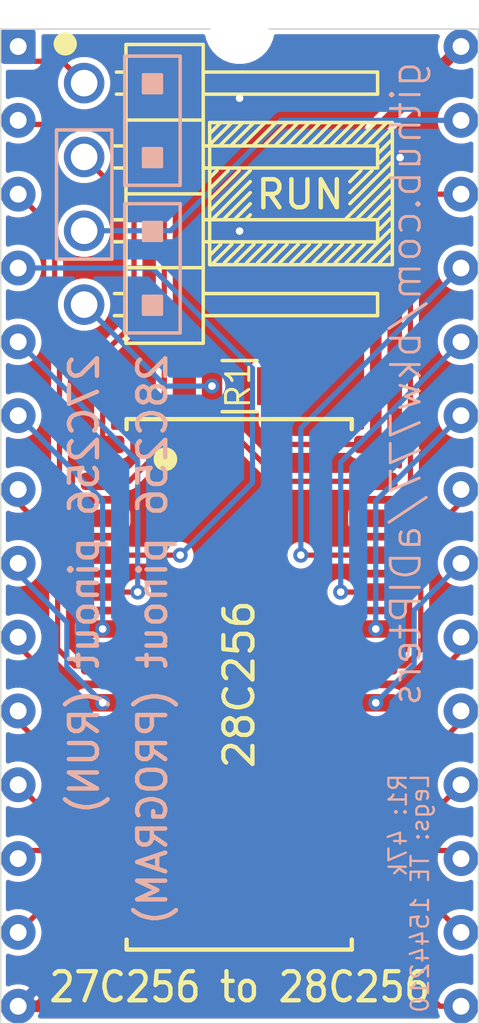
<source format=kicad_pcb>
(kicad_pcb (version 20171130) (host pcbnew 5.1.5-52549c5~84~ubuntu19.04.1)

  (general
    (thickness 1.6)
    (drawings 84)
    (tracks 119)
    (zones 0)
    (modules 4)
    (nets 31)
  )

  (page A4)
  (layers
    (0 F.Cu signal)
    (31 B.Cu signal)
    (32 B.Adhes user hide)
    (33 F.Adhes user hide)
    (34 B.Paste user hide)
    (35 F.Paste user hide)
    (36 B.SilkS user)
    (37 F.SilkS user)
    (38 B.Mask user hide)
    (39 F.Mask user hide)
    (40 Dwgs.User user hide)
    (41 Cmts.User user hide)
    (42 Eco1.User user hide)
    (43 Eco2.User user hide)
    (44 Edge.Cuts user)
    (45 Margin user hide)
    (46 B.CrtYd user hide)
    (47 F.CrtYd user hide)
    (48 B.Fab user hide)
    (49 F.Fab user hide)
  )

  (setup
    (last_trace_width 0.18)
    (user_trace_width 0.16)
    (user_trace_width 0.18)
    (user_trace_width 0.2)
    (user_trace_width 0.4)
    (user_trace_width 0.6)
    (user_trace_width 0.8)
    (trace_clearance 0.2)
    (zone_clearance 0.1524)
    (zone_45_only no)
    (trace_min 0.16)
    (via_size 0.8)
    (via_drill 0.4)
    (via_min_size 0.52)
    (via_min_drill 0.26)
    (user_via 0.52 0.26)
    (user_via 0.92 0.4)
    (uvia_size 0.3)
    (uvia_drill 0.1)
    (uvias_allowed no)
    (uvia_min_size 0.2)
    (uvia_min_drill 0.1)
    (edge_width 0.05)
    (segment_width 0.2)
    (pcb_text_width 0.3)
    (pcb_text_size 1.5 1.5)
    (mod_edge_width 0.12)
    (mod_text_size 1 1)
    (mod_text_width 0.15)
    (pad_size 2 2)
    (pad_drill 2)
    (pad_to_mask_clearance 0)
    (aux_axis_origin 0 0)
    (visible_elements FFFFFF7F)
    (pcbplotparams
      (layerselection 0x010fc_ffffffff)
      (usegerberextensions false)
      (usegerberattributes false)
      (usegerberadvancedattributes false)
      (creategerberjobfile false)
      (excludeedgelayer true)
      (linewidth 0.100000)
      (plotframeref false)
      (viasonmask false)
      (mode 1)
      (useauxorigin false)
      (hpglpennumber 1)
      (hpglpenspeed 20)
      (hpglpendiameter 15.000000)
      (psnegative false)
      (psa4output false)
      (plotreference true)
      (plotvalue true)
      (plotinvisibletext false)
      (padsonsilk false)
      (subtractmaskfromsilk false)
      (outputformat 1)
      (mirror false)
      (drillshape 1)
      (scaleselection 1)
      (outputdirectory ""))
  )

  (net 0 "")
  (net 1 /VCC)
  (net 2 /GND)
  (net 3 /A14)
  (net 4 /D2)
  (net 5 /A13)
  (net 6 /D1)
  (net 7 /A8)
  (net 8 /D0)
  (net 9 /A9)
  (net 10 /A0)
  (net 11 /A11)
  (net 12 /A1)
  (net 13 /~OE)
  (net 14 /A2)
  (net 15 /A10)
  (net 16 /A3)
  (net 17 /~CE)
  (net 18 /A4)
  (net 19 /D7)
  (net 20 /A5)
  (net 21 /D6)
  (net 22 /A6)
  (net 23 /D5)
  (net 24 /A7)
  (net 25 /D4)
  (net 26 /A12)
  (net 27 /D3)
  (net 28 /~WE)
  (net 29 /A14_WE)
  (net 30 /NC_A14)

  (net_class Default "This is the default net class."
    (clearance 0.2)
    (trace_width 0.25)
    (via_dia 0.8)
    (via_drill 0.4)
    (uvia_dia 0.3)
    (uvia_drill 0.1)
    (add_net /A0)
    (add_net /A1)
    (add_net /A10)
    (add_net /A11)
    (add_net /A12)
    (add_net /A13)
    (add_net /A14)
    (add_net /A14_WE)
    (add_net /A2)
    (add_net /A3)
    (add_net /A4)
    (add_net /A5)
    (add_net /A6)
    (add_net /A7)
    (add_net /A8)
    (add_net /A9)
    (add_net /D0)
    (add_net /D1)
    (add_net /D2)
    (add_net /D3)
    (add_net /D4)
    (add_net /D5)
    (add_net /D6)
    (add_net /D7)
    (add_net /GND)
    (add_net /NC_A14)
    (add_net /VCC)
    (add_net /~CE)
    (add_net /~OE)
    (add_net /~WE)
  )

  (module 000_LOCAL:Pin_Header_Angled_1x04_Pitch2.54mm (layer F.Cu) (tedit 5E5EFA6B) (tstamp 5E63481E)
    (at 144.65 84.75)
    (descr "Through hole angled pin header, 1x04, 2.54mm pitch, 6mm pin length, single row")
    (tags "Through hole angled pin header THT 1x04 2.54mm single row")
    (path /5E638C0C)
    (fp_text reference JP1 (at 4.385 -2.27) (layer F.SilkS) hide
      (effects (font (size 1 1) (thickness 0.15)))
    )
    (fp_text value Jumper_3_Bridged12 (at 4.385 9.89) (layer F.Fab)
      (effects (font (size 1 1) (thickness 0.15)))
    )
    (fp_line (start 2.135 -1.27) (end 4.04 -1.27) (layer F.Fab) (width 0.1))
    (fp_line (start 4.04 -1.27) (end 4.04 8.89) (layer F.Fab) (width 0.1))
    (fp_line (start 4.04 8.89) (end 1.5 8.89) (layer F.Fab) (width 0.1))
    (fp_line (start 1.5 8.89) (end 1.5 -0.635) (layer F.Fab) (width 0.1))
    (fp_line (start 1.5 -0.635) (end 2.135 -1.27) (layer F.Fab) (width 0.1))
    (fp_line (start -0.32 -0.32) (end 1.5 -0.32) (layer F.Fab) (width 0.1))
    (fp_line (start -0.32 -0.32) (end -0.32 0.32) (layer F.Fab) (width 0.1))
    (fp_line (start -0.32 0.32) (end 1.5 0.32) (layer F.Fab) (width 0.1))
    (fp_line (start 4.04 -0.32) (end 10.04 -0.32) (layer F.Fab) (width 0.1))
    (fp_line (start 10.04 -0.32) (end 10.04 0.32) (layer F.Fab) (width 0.1))
    (fp_line (start 4.04 0.32) (end 10.04 0.32) (layer F.Fab) (width 0.1))
    (fp_line (start -0.32 2.22) (end 1.5 2.22) (layer F.Fab) (width 0.1))
    (fp_line (start -0.32 2.22) (end -0.32 2.86) (layer F.Fab) (width 0.1))
    (fp_line (start -0.32 2.86) (end 1.5 2.86) (layer F.Fab) (width 0.1))
    (fp_line (start 4.04 2.22) (end 10.04 2.22) (layer F.Fab) (width 0.1))
    (fp_line (start 10.04 2.22) (end 10.04 2.86) (layer F.Fab) (width 0.1))
    (fp_line (start 4.04 2.86) (end 10.04 2.86) (layer F.Fab) (width 0.1))
    (fp_line (start -0.32 4.76) (end 1.5 4.76) (layer F.Fab) (width 0.1))
    (fp_line (start -0.32 4.76) (end -0.32 5.4) (layer F.Fab) (width 0.1))
    (fp_line (start -0.32 5.4) (end 1.5 5.4) (layer F.Fab) (width 0.1))
    (fp_line (start 4.04 4.76) (end 10.04 4.76) (layer F.Fab) (width 0.1))
    (fp_line (start 10.04 4.76) (end 10.04 5.4) (layer F.Fab) (width 0.1))
    (fp_line (start 4.04 5.4) (end 10.04 5.4) (layer F.Fab) (width 0.1))
    (fp_line (start -0.32 7.3) (end 1.5 7.3) (layer F.Fab) (width 0.1))
    (fp_line (start -0.32 7.3) (end -0.32 7.94) (layer F.Fab) (width 0.1))
    (fp_line (start -0.32 7.94) (end 1.5 7.94) (layer F.Fab) (width 0.1))
    (fp_line (start 4.04 7.3) (end 10.04 7.3) (layer F.Fab) (width 0.1))
    (fp_line (start 10.04 7.3) (end 10.04 7.94) (layer F.Fab) (width 0.1))
    (fp_line (start 4.04 7.94) (end 10.04 7.94) (layer F.Fab) (width 0.1))
    (fp_line (start 1.44 -1.33) (end 1.44 8.95) (layer F.SilkS) (width 0.12))
    (fp_line (start 1.44 8.95) (end 4.1 8.95) (layer F.SilkS) (width 0.12))
    (fp_line (start 4.1 8.95) (end 4.1 -1.33) (layer F.SilkS) (width 0.12))
    (fp_line (start 4.1 -1.33) (end 1.44 -1.33) (layer F.SilkS) (width 0.12))
    (fp_line (start 4.1 -0.38) (end 10.1 -0.38) (layer F.SilkS) (width 0.12))
    (fp_line (start 10.1 -0.38) (end 10.1 0.38) (layer F.SilkS) (width 0.12))
    (fp_line (start 10.1 0.38) (end 4.1 0.38) (layer F.SilkS) (width 0.12))
    (fp_line (start 1.11 -0.38) (end 1.44 -0.38) (layer F.SilkS) (width 0.12))
    (fp_line (start 1.11 0.38) (end 1.44 0.38) (layer F.SilkS) (width 0.12))
    (fp_line (start 1.44 1.27) (end 4.1 1.27) (layer F.SilkS) (width 0.12))
    (fp_line (start 4.1 2.16) (end 10.1 2.16) (layer F.SilkS) (width 0.12))
    (fp_line (start 10.1 2.16) (end 10.1 2.92) (layer F.SilkS) (width 0.12))
    (fp_line (start 10.1 2.92) (end 4.1 2.92) (layer F.SilkS) (width 0.12))
    (fp_line (start 1.042929 2.16) (end 1.44 2.16) (layer F.SilkS) (width 0.12))
    (fp_line (start 1.042929 2.92) (end 1.44 2.92) (layer F.SilkS) (width 0.12))
    (fp_line (start 1.44 3.81) (end 4.1 3.81) (layer F.SilkS) (width 0.12))
    (fp_line (start 4.1 4.7) (end 10.1 4.7) (layer F.SilkS) (width 0.12))
    (fp_line (start 10.1 4.7) (end 10.1 5.46) (layer F.SilkS) (width 0.12))
    (fp_line (start 10.1 5.46) (end 4.1 5.46) (layer F.SilkS) (width 0.12))
    (fp_line (start 1.042929 4.7) (end 1.44 4.7) (layer F.SilkS) (width 0.12))
    (fp_line (start 1.042929 5.46) (end 1.44 5.46) (layer F.SilkS) (width 0.12))
    (fp_line (start 1.44 6.35) (end 4.1 6.35) (layer F.SilkS) (width 0.12))
    (fp_line (start 4.1 7.24) (end 10.1 7.24) (layer F.SilkS) (width 0.12))
    (fp_line (start 10.1 7.24) (end 10.1 8) (layer F.SilkS) (width 0.12))
    (fp_line (start 10.1 8) (end 4.1 8) (layer F.SilkS) (width 0.12))
    (fp_line (start 1.042929 7.24) (end 1.44 7.24) (layer F.SilkS) (width 0.12))
    (fp_line (start 1.042929 8) (end 1.44 8) (layer F.SilkS) (width 0.12))
    (fp_line (start -1.8 -1.8) (end -1.8 9.4) (layer F.CrtYd) (width 0.05))
    (fp_line (start -1.8 9.4) (end 10.55 9.4) (layer F.CrtYd) (width 0.05))
    (fp_line (start 10.55 9.4) (end 10.55 -1.8) (layer F.CrtYd) (width 0.05))
    (fp_line (start 10.55 -1.8) (end -1.8 -1.8) (layer F.CrtYd) (width 0.05))
    (fp_text user %R (at 2.77 3.81 90) (layer F.Fab)
      (effects (font (size 1 1) (thickness 0.15)))
    )
    (pad 1 thru_hole circle (at 0 0) (size 1.397 1.397) (drill 0.9144) (layers *.Cu *.Mask)
      (net 30 /NC_A14))
    (pad 2 thru_hole circle (at 0 2.54) (size 1.397 1.397) (drill 0.9144) (layers *.Cu *.Mask)
      (net 3 /A14))
    (pad 3 thru_hole circle (at 0 5.08) (size 1.397 1.397) (drill 0.9144) (layers *.Cu *.Mask)
      (net 29 /A14_WE))
    (pad 4 thru_hole circle (at 0 7.62) (size 1.397 1.397) (drill 0.9144) (layers *.Cu *.Mask)
      (net 28 /~WE))
    (model ${KIPRJMOD}/000_LOCAL.pretty/packages3d/PinHeader_1x04_P2.54mm_Horizontal.step
      (at (xyz 0 0 0))
      (scale (xyz 1 1 1))
      (rotate (xyz 0 0 0))
    )
  )

  (module 000_LOCAL:SOIC28W (layer F.Cu) (tedit 5E621887) (tstamp 5E5B124C)
    (at 149.987 105.4354)
    (descr "28-Lead Plastic Small Outline (SO) - Wide, 7.50 mm Body [SOIC] (see Microchip Packaging Specification 00000049BS.pdf)")
    (tags "SOIC 1.27")
    (path /5E5B130A)
    (attr smd)
    (fp_text reference U1 (at 0 -10.05) (layer F.SilkS) hide
      (effects (font (size 1 1) (thickness 0.15)))
    )
    (fp_text value 28C256 (at 0 0 -90) (layer F.SilkS)
      (effects (font (size 1 1) (thickness 0.15)))
    )
    (fp_line (start -3.875 9.125) (end 3.875 9.125) (layer F.SilkS) (width 0.15))
    (fp_line (start -3.875 -9.125) (end 3.875 -9.125) (layer F.SilkS) (width 0.15))
    (fp_line (start -3.875 9.125) (end -3.875 8.78) (layer F.SilkS) (width 0.15))
    (fp_line (start 3.875 9.125) (end 3.875 8.78) (layer F.SilkS) (width 0.15))
    (fp_line (start 3.875 -9.125) (end 3.875 -8.78) (layer F.SilkS) (width 0.15))
    (fp_line (start -3.875 -9.125) (end -3.875 -8.78) (layer F.SilkS) (width 0.15))
    (fp_line (start -5.95 9.3) (end 5.95 9.3) (layer F.CrtYd) (width 0.05))
    (fp_line (start -5.95 -9.3) (end 5.95 -9.3) (layer F.CrtYd) (width 0.05))
    (fp_line (start 5.95 -9.3) (end 5.95 9.3) (layer F.CrtYd) (width 0.05))
    (fp_line (start -5.95 -9.3) (end -5.95 9.3) (layer F.CrtYd) (width 0.05))
    (fp_line (start -3.75 -7.95) (end -2.75 -8.95) (layer F.Fab) (width 0.15))
    (fp_line (start -3.75 8.95) (end -3.75 -7.95) (layer F.Fab) (width 0.15))
    (fp_line (start 3.75 8.95) (end -3.75 8.95) (layer F.Fab) (width 0.15))
    (fp_line (start 3.75 -8.95) (end 3.75 8.95) (layer F.Fab) (width 0.15))
    (fp_line (start -2.75 -8.95) (end 3.75 -8.95) (layer F.Fab) (width 0.15))
    (fp_text user %R (at -0.01 1.61) (layer F.Fab)
      (effects (font (size 1 1) (thickness 0.15)))
    )
    (fp_circle (center -2.54 -7.747) (end -2.3368 -7.747) (layer F.SilkS) (width 0.4064))
    (pad 28 smd roundrect (at 4.7 -8.255) (size 1.5 0.6) (layers F.Cu F.Paste F.Mask) (roundrect_rratio 0.25)
      (net 1 /VCC))
    (pad 27 smd roundrect (at 4.7 -6.985) (size 1.5 0.6) (layers F.Cu F.Paste F.Mask) (roundrect_rratio 0.25)
      (net 28 /~WE))
    (pad 26 smd roundrect (at 4.7 -5.715) (size 1.5 0.6) (layers F.Cu F.Paste F.Mask) (roundrect_rratio 0.25)
      (net 5 /A13))
    (pad 25 smd roundrect (at 4.7 -4.445) (size 1.5 0.6) (layers F.Cu F.Paste F.Mask) (roundrect_rratio 0.25)
      (net 7 /A8))
    (pad 24 smd roundrect (at 4.7 -3.175) (size 1.5 0.6) (layers F.Cu F.Paste F.Mask) (roundrect_rratio 0.25)
      (net 9 /A9))
    (pad 23 smd roundrect (at 4.7 -1.905) (size 1.5 0.6) (layers F.Cu F.Paste F.Mask) (roundrect_rratio 0.25)
      (net 11 /A11))
    (pad 22 smd roundrect (at 4.7 -0.635) (size 1.5 0.6) (layers F.Cu F.Paste F.Mask) (roundrect_rratio 0.25)
      (net 13 /~OE))
    (pad 21 smd roundrect (at 4.7 0.635) (size 1.5 0.6) (layers F.Cu F.Paste F.Mask) (roundrect_rratio 0.25)
      (net 15 /A10))
    (pad 20 smd roundrect (at 4.7 1.905) (size 1.5 0.6) (layers F.Cu F.Paste F.Mask) (roundrect_rratio 0.25)
      (net 17 /~CE))
    (pad 19 smd roundrect (at 4.7 3.175) (size 1.5 0.6) (layers F.Cu F.Paste F.Mask) (roundrect_rratio 0.25)
      (net 19 /D7))
    (pad 18 smd roundrect (at 4.7 4.445) (size 1.5 0.6) (layers F.Cu F.Paste F.Mask) (roundrect_rratio 0.25)
      (net 21 /D6))
    (pad 17 smd roundrect (at 4.7 5.715) (size 1.5 0.6) (layers F.Cu F.Paste F.Mask) (roundrect_rratio 0.25)
      (net 23 /D5))
    (pad 16 smd roundrect (at 4.7 6.985) (size 1.5 0.6) (layers F.Cu F.Paste F.Mask) (roundrect_rratio 0.25)
      (net 25 /D4))
    (pad 15 smd roundrect (at 4.7 8.255) (size 1.5 0.6) (layers F.Cu F.Paste F.Mask) (roundrect_rratio 0.25)
      (net 27 /D3))
    (pad 14 smd roundrect (at -4.7 8.255) (size 1.5 0.6) (layers F.Cu F.Paste F.Mask) (roundrect_rratio 0.25)
      (net 2 /GND))
    (pad 13 smd roundrect (at -4.7 6.985) (size 1.5 0.6) (layers F.Cu F.Paste F.Mask) (roundrect_rratio 0.25)
      (net 4 /D2))
    (pad 12 smd roundrect (at -4.7 5.715) (size 1.5 0.6) (layers F.Cu F.Paste F.Mask) (roundrect_rratio 0.25)
      (net 6 /D1))
    (pad 11 smd roundrect (at -4.7 4.445) (size 1.5 0.6) (layers F.Cu F.Paste F.Mask) (roundrect_rratio 0.25)
      (net 8 /D0))
    (pad 10 smd roundrect (at -4.7 3.175) (size 1.5 0.6) (layers F.Cu F.Paste F.Mask) (roundrect_rratio 0.25)
      (net 10 /A0))
    (pad 9 smd roundrect (at -4.7 1.905) (size 1.5 0.6) (layers F.Cu F.Paste F.Mask) (roundrect_rratio 0.25)
      (net 12 /A1))
    (pad 8 smd roundrect (at -4.7 0.635) (size 1.5 0.6) (layers F.Cu F.Paste F.Mask) (roundrect_rratio 0.25)
      (net 14 /A2))
    (pad 7 smd roundrect (at -4.7 -0.635) (size 1.5 0.6) (layers F.Cu F.Paste F.Mask) (roundrect_rratio 0.25)
      (net 16 /A3))
    (pad 6 smd roundrect (at -4.7 -1.905) (size 1.5 0.6) (layers F.Cu F.Paste F.Mask) (roundrect_rratio 0.25)
      (net 18 /A4))
    (pad 5 smd roundrect (at -4.7 -3.175) (size 1.5 0.6) (layers F.Cu F.Paste F.Mask) (roundrect_rratio 0.25)
      (net 20 /A5))
    (pad 4 smd roundrect (at -4.7 -4.445) (size 1.5 0.6) (layers F.Cu F.Paste F.Mask) (roundrect_rratio 0.25)
      (net 22 /A6))
    (pad 3 smd roundrect (at -4.7 -5.715) (size 1.5 0.6) (layers F.Cu F.Paste F.Mask) (roundrect_rratio 0.25)
      (net 24 /A7))
    (pad 2 smd roundrect (at -4.7 -6.985) (size 1.5 0.6) (layers F.Cu F.Paste F.Mask) (roundrect_rratio 0.25)
      (net 26 /A12))
    (pad 1 smd roundrect (at -4.7 -8.255) (size 1.5 0.6) (layers F.Cu F.Paste F.Mask) (roundrect_rratio 0.25)
      (net 3 /A14))
    (model ${KIPRJMOD}/000_LOCAL.pretty/packages3d/SOIC28W.step
      (at (xyz 0 0 0))
      (scale (xyz 1 1 1))
      (rotate (xyz 0 0 0))
    )
  )

  (module 000_LOCAL:DIP-28_W15.24mm_pcb_sil_pins (layer F.Cu) (tedit 5E4383E0) (tstamp 5E63CDBB)
    (at 150 100)
    (descr "28-lead though-hole mounted DIP package, row spacing 15.24 mm (600 mils)")
    (tags "THT DIP DIL PDIP 2.54mm 15.24mm 600mil")
    (path /5E5C209E)
    (fp_text reference J1 (at 0 -18.84) (layer F.SilkS) hide
      (effects (font (size 1 1) (thickness 0.15)))
    )
    (fp_text value "27C256 DIP LEGS" (at 0 18.84) (layer F.Fab)
      (effects (font (size 1 1) (thickness 0.15)))
    )
    (fp_text user %R (at 0.27 3.12) (layer F.Fab)
      (effects (font (size 1 1) (thickness 0.15)))
    )
    (fp_line (start -8.22 -17.11) (end -8.22 17.11) (layer F.CrtYd) (width 0.01))
    (fp_line (start -8.22 17.11) (end 8.22 17.11) (layer F.CrtYd) (width 0.01))
    (fp_line (start 8.22 17.11) (end 8.22 -17.11) (layer F.CrtYd) (width 0.01))
    (fp_line (start 8.22 -17.11) (end -8.22 -17.11) (layer F.CrtYd) (width 0.01))
    (pad 28 thru_hole circle (at 7.62 -16.51) (size 1.2 1.2) (drill 0.58) (layers *.Cu *.Mask)
      (net 1 /VCC))
    (pad 14 thru_hole circle (at -7.62 16.51) (size 1.2 1.2) (drill 0.58) (layers *.Cu *.Mask)
      (net 2 /GND))
    (pad 27 thru_hole circle (at 7.62 -13.97) (size 1.2 1.2) (drill 0.58) (layers *.Cu *.Mask)
      (net 29 /A14_WE))
    (pad 13 thru_hole circle (at -7.62 13.97) (size 1.2 1.2) (drill 0.58) (layers *.Cu *.Mask)
      (net 4 /D2))
    (pad 26 thru_hole circle (at 7.62 -11.43) (size 1.2 1.2) (drill 0.58) (layers *.Cu *.Mask)
      (net 5 /A13))
    (pad 12 thru_hole circle (at -7.62 11.43) (size 1.2 1.2) (drill 0.58) (layers *.Cu *.Mask)
      (net 6 /D1))
    (pad 25 thru_hole circle (at 7.62 -8.89) (size 1.2 1.2) (drill 0.58) (layers *.Cu *.Mask)
      (net 7 /A8))
    (pad 11 thru_hole circle (at -7.62 8.89) (size 1.2 1.2) (drill 0.58) (layers *.Cu *.Mask)
      (net 8 /D0))
    (pad 24 thru_hole circle (at 7.62 -6.35) (size 1.2 1.2) (drill 0.58) (layers *.Cu *.Mask)
      (net 9 /A9))
    (pad 10 thru_hole circle (at -7.62 6.35) (size 1.2 1.2) (drill 0.58) (layers *.Cu *.Mask)
      (net 10 /A0))
    (pad 23 thru_hole circle (at 7.62 -3.81) (size 1.2 1.2) (drill 0.58) (layers *.Cu *.Mask)
      (net 11 /A11))
    (pad 9 thru_hole circle (at -7.62 3.81) (size 1.2 1.2) (drill 0.58) (layers *.Cu *.Mask)
      (net 12 /A1))
    (pad 22 thru_hole circle (at 7.62 -1.27) (size 1.2 1.2) (drill 0.58) (layers *.Cu *.Mask)
      (net 13 /~OE))
    (pad 8 thru_hole circle (at -7.62 1.27) (size 1.2 1.2) (drill 0.58) (layers *.Cu *.Mask)
      (net 14 /A2))
    (pad 21 thru_hole circle (at 7.62 1.27) (size 1.2 1.2) (drill 0.58) (layers *.Cu *.Mask)
      (net 15 /A10))
    (pad 7 thru_hole circle (at -7.62 -1.27) (size 1.2 1.2) (drill 0.58) (layers *.Cu *.Mask)
      (net 16 /A3))
    (pad 20 thru_hole circle (at 7.62 3.81) (size 1.2 1.2) (drill 0.58) (layers *.Cu *.Mask)
      (net 17 /~CE))
    (pad 6 thru_hole circle (at -7.62 -3.81) (size 1.2 1.2) (drill 0.58) (layers *.Cu *.Mask)
      (net 18 /A4))
    (pad 19 thru_hole circle (at 7.62 6.35) (size 1.2 1.2) (drill 0.58) (layers *.Cu *.Mask)
      (net 19 /D7))
    (pad 5 thru_hole circle (at -7.62 -6.35) (size 1.2 1.2) (drill 0.58) (layers *.Cu *.Mask)
      (net 20 /A5))
    (pad 18 thru_hole circle (at 7.62 8.89) (size 1.2 1.2) (drill 0.58) (layers *.Cu *.Mask)
      (net 21 /D6))
    (pad 4 thru_hole circle (at -7.62 -8.89) (size 1.2 1.2) (drill 0.58) (layers *.Cu *.Mask)
      (net 22 /A6))
    (pad 17 thru_hole circle (at 7.62 11.43) (size 1.2 1.2) (drill 0.58) (layers *.Cu *.Mask)
      (net 23 /D5))
    (pad 3 thru_hole circle (at -7.62 -11.43) (size 1.2 1.2) (drill 0.58) (layers *.Cu *.Mask)
      (net 24 /A7))
    (pad 16 thru_hole circle (at 7.62 13.97) (size 1.2 1.2) (drill 0.58) (layers *.Cu *.Mask)
      (net 25 /D4))
    (pad 2 thru_hole circle (at -7.62 -13.97) (size 1.2 1.2) (drill 0.58) (layers *.Cu *.Mask)
      (net 26 /A12))
    (pad 15 thru_hole circle (at 7.62 16.51) (size 1.2 1.2) (drill 0.58) (layers *.Cu *.Mask)
      (net 27 /D3))
    (pad 1 thru_hole roundrect (at -7.62 -16.51) (size 1.2 1.2) (drill 0.58) (layers *.Cu *.Mask) (roundrect_rratio 0.1)
      (net 30 /NC_A14))
    (pad "" np_thru_hole circle (at 0 -17.11) (size 2 2) (drill 2) (layers *.Cu *.Mask))
    (model ${KIPRJMOD}/000_LOCAL.pretty/packages3d/DIL_LEG.step
      (offset (xyz -7.62 16.51 0.18))
      (scale (xyz 1 1 1))
      (rotate (xyz 0 0 0))
    )
    (model ${KIPRJMOD}/000_LOCAL.pretty/packages3d/DIL_LEG.step
      (offset (xyz -7.62 13.97 0.18))
      (scale (xyz 1 1 1))
      (rotate (xyz 0 0 0))
    )
    (model ${KIPRJMOD}/000_LOCAL.pretty/packages3d/DIL_LEG.step
      (offset (xyz -7.62 11.43 0.18))
      (scale (xyz 1 1 1))
      (rotate (xyz 0 0 0))
    )
    (model ${KIPRJMOD}/000_LOCAL.pretty/packages3d/DIL_LEG.step
      (offset (xyz -7.62 8.890000000000001 0.18))
      (scale (xyz 1 1 1))
      (rotate (xyz 0 0 0))
    )
    (model ${KIPRJMOD}/000_LOCAL.pretty/packages3d/DIL_LEG.step
      (offset (xyz -7.62 6.35 0.18))
      (scale (xyz 1 1 1))
      (rotate (xyz 0 0 0))
    )
    (model ${KIPRJMOD}/000_LOCAL.pretty/packages3d/DIL_LEG.step
      (offset (xyz -7.62 3.81 0.18))
      (scale (xyz 1 1 1))
      (rotate (xyz 0 0 0))
    )
    (model ${KIPRJMOD}/000_LOCAL.pretty/packages3d/DIL_LEG.step
      (offset (xyz -7.62 1.27 0.18))
      (scale (xyz 1 1 1))
      (rotate (xyz 0 0 0))
    )
    (model ${KIPRJMOD}/000_LOCAL.pretty/packages3d/DIL_LEG.step
      (offset (xyz -7.62 -1.27 0.18))
      (scale (xyz 1 1 1))
      (rotate (xyz 0 0 0))
    )
    (model ${KIPRJMOD}/000_LOCAL.pretty/packages3d/DIL_LEG.step
      (offset (xyz -7.62 -3.81 0.18))
      (scale (xyz 1 1 1))
      (rotate (xyz 0 0 0))
    )
    (model ${KIPRJMOD}/000_LOCAL.pretty/packages3d/DIL_LEG.step
      (offset (xyz -7.62 -6.35 0.18))
      (scale (xyz 1 1 1))
      (rotate (xyz 0 0 0))
    )
    (model ${KIPRJMOD}/000_LOCAL.pretty/packages3d/DIL_LEG.step
      (offset (xyz -7.62 -8.890000000000001 0.18))
      (scale (xyz 1 1 1))
      (rotate (xyz 0 0 0))
    )
    (model ${KIPRJMOD}/000_LOCAL.pretty/packages3d/DIL_LEG.step
      (offset (xyz -7.62 -11.43 0.18))
      (scale (xyz 1 1 1))
      (rotate (xyz 0 0 0))
    )
    (model ${KIPRJMOD}/000_LOCAL.pretty/packages3d/DIL_LEG.step
      (offset (xyz -7.62 -13.97 0.18))
      (scale (xyz 1 1 1))
      (rotate (xyz 0 0 0))
    )
    (model ${KIPRJMOD}/000_LOCAL.pretty/packages3d/DIL_LEG.step
      (offset (xyz -7.62 -16.51 0.18))
      (scale (xyz 1 1 1))
      (rotate (xyz 0 0 0))
    )
    (model ${KIPRJMOD}/000_LOCAL.pretty/packages3d/DIL_LEG.step
      (offset (xyz 7.62 -16.51 0.18))
      (scale (xyz 1 1 1))
      (rotate (xyz 0 0 0))
    )
    (model ${KIPRJMOD}/000_LOCAL.pretty/packages3d/DIL_LEG.step
      (offset (xyz 7.62 -13.97 0.18))
      (scale (xyz 1 1 1))
      (rotate (xyz 0 0 0))
    )
    (model ${KIPRJMOD}/000_LOCAL.pretty/packages3d/DIL_LEG.step
      (offset (xyz 7.62 -11.43 0.18))
      (scale (xyz 1 1 1))
      (rotate (xyz 0 0 0))
    )
    (model ${KIPRJMOD}/000_LOCAL.pretty/packages3d/DIL_LEG.step
      (offset (xyz 7.62 -8.890000000000001 0.18))
      (scale (xyz 1 1 1))
      (rotate (xyz 0 0 0))
    )
    (model ${KIPRJMOD}/000_LOCAL.pretty/packages3d/DIL_LEG.step
      (offset (xyz 7.62 -6.35 0.18))
      (scale (xyz 1 1 1))
      (rotate (xyz 0 0 0))
    )
    (model ${KIPRJMOD}/000_LOCAL.pretty/packages3d/DIL_LEG.step
      (offset (xyz 7.62 -3.81 0.18))
      (scale (xyz 1 1 1))
      (rotate (xyz 0 0 0))
    )
    (model ${KIPRJMOD}/000_LOCAL.pretty/packages3d/DIL_LEG.step
      (offset (xyz 7.62 -1.27 0.18))
      (scale (xyz 1 1 1))
      (rotate (xyz 0 0 0))
    )
    (model ${KIPRJMOD}/000_LOCAL.pretty/packages3d/DIL_LEG.step
      (offset (xyz 7.62 1.27 0.18))
      (scale (xyz 1 1 1))
      (rotate (xyz 0 0 0))
    )
    (model ${KIPRJMOD}/000_LOCAL.pretty/packages3d/DIL_LEG.step
      (offset (xyz 7.62 3.81 0.18))
      (scale (xyz 1 1 1))
      (rotate (xyz 0 0 0))
    )
    (model ${KIPRJMOD}/000_LOCAL.pretty/packages3d/DIL_LEG.step
      (offset (xyz 7.62 6.35 0.18))
      (scale (xyz 1 1 1))
      (rotate (xyz 0 0 0))
    )
    (model ${KIPRJMOD}/000_LOCAL.pretty/packages3d/DIL_LEG.step
      (offset (xyz 7.62 8.890000000000001 0.18))
      (scale (xyz 1 1 1))
      (rotate (xyz 0 0 0))
    )
    (model ${KIPRJMOD}/000_LOCAL.pretty/packages3d/DIL_LEG.step
      (offset (xyz 7.62 11.43 0.18))
      (scale (xyz 1 1 1))
      (rotate (xyz 0 0 0))
    )
    (model ${KIPRJMOD}/000_LOCAL.pretty/packages3d/DIL_LEG.step
      (offset (xyz 7.62 13.97 0.18))
      (scale (xyz 1 1 1))
      (rotate (xyz 0 0 0))
    )
    (model ${KIPRJMOD}/000_LOCAL.pretty/packages3d/DIL_LEG.step
      (offset (xyz 7.62 16.51 0.18))
      (scale (xyz 1 1 1))
      (rotate (xyz 0 0 0))
    )
  )

  (module 000_LOCAL:R_0805 (layer F.Cu) (tedit 5E24F165) (tstamp 5E5B0C38)
    (at 150 95.174)
    (descr "Resistor SMD 0805, reflow soldering, Vishay (see dcrcw.pdf)")
    (tags "resistor 0805")
    (path /5E5D421C)
    (attr smd)
    (fp_text reference R1 (at -0.05 -0.02 -90) (layer F.SilkS)
      (effects (font (size 0.8 0.8) (thickness 0.1)))
    )
    (fp_text value 47k (at 0 1.75) (layer F.Fab)
      (effects (font (size 1 1) (thickness 0.15)))
    )
    (fp_line (start 1.55 0.9) (end -1.55 0.9) (layer F.CrtYd) (width 0.05))
    (fp_line (start 1.55 0.9) (end 1.55 -0.9) (layer F.CrtYd) (width 0.05))
    (fp_line (start -1.55 -0.9) (end -1.55 0.9) (layer F.CrtYd) (width 0.05))
    (fp_line (start -1.55 -0.9) (end 1.55 -0.9) (layer F.CrtYd) (width 0.05))
    (fp_line (start -0.6 -0.88) (end 0.6 -0.88) (layer F.SilkS) (width 0.12))
    (fp_line (start 0.6 0.88) (end -0.6 0.88) (layer F.SilkS) (width 0.12))
    (fp_line (start -1 -0.62) (end 1 -0.62) (layer F.Fab) (width 0.1))
    (fp_line (start 1 -0.62) (end 1 0.62) (layer F.Fab) (width 0.1))
    (fp_line (start 1 0.62) (end -1 0.62) (layer F.Fab) (width 0.1))
    (fp_line (start -1 0.62) (end -1 -0.62) (layer F.Fab) (width 0.1))
    (fp_text user %R (at 0 0) (layer F.Fab)
      (effects (font (size 0.5 0.5) (thickness 0.075)))
    )
    (pad 2 smd rect (at 0.95 0) (size 0.7 1.3) (layers F.Cu F.Paste F.Mask)
      (net 1 /VCC))
    (pad 1 smd rect (at -0.95 0) (size 0.7 1.3) (layers F.Cu F.Paste F.Mask)
      (net 28 /~WE))
    (model ${KIPRJMOD}/000_LOCAL.pretty/packages3d/R_0805_2012Metric.step
      (at (xyz 0 0 0))
      (scale (xyz 1 1 1))
      (rotate (xyz 0 0 0))
    )
  )

  (gr_text github.com/bkw777/aDIPters (at 155.7274 95.0976 -270) (layer B.SilkS)
    (effects (font (size 1 1) (thickness 0.1)) (justify mirror))
  )
  (gr_line (start 148.971 88.011) (end 149.225 87.757) (layer F.SilkS) (width 0.12))
  (gr_line (start 148.971 88.392) (end 149.606 87.757) (layer F.SilkS) (width 0.12))
  (gr_line (start 148.971 88.773) (end 149.987 87.757) (layer F.SilkS) (width 0.12))
  (gr_line (start 148.971 89.154) (end 150.368 87.757) (layer F.SilkS) (width 0.12))
  (gr_line (start 149.098 89.408) (end 150.368 88.138) (layer F.SilkS) (width 0.12))
  (gr_line (start 149.479 89.408) (end 150.368 88.519) (layer F.SilkS) (width 0.12))
  (gr_line (start 149.86 89.408) (end 150.368 88.9) (layer F.SilkS) (width 0.12))
  (gr_line (start 150.241 89.408) (end 150.368 89.281) (layer F.SilkS) (width 0.12))
  (gr_line (start 148.971 90.678) (end 149.352 90.297) (layer F.SilkS) (width 0.12))
  (gr_line (start 149.098 90.932) (end 149.733 90.297) (layer F.SilkS) (width 0.12))
  (gr_line (start 149.479 90.932) (end 150.114 90.297) (layer F.SilkS) (width 0.12))
  (gr_line (start 149.86 90.932) (end 150.495 90.297) (layer F.SilkS) (width 0.12))
  (gr_line (start 150.241 90.932) (end 150.876 90.297) (layer F.SilkS) (width 0.12))
  (gr_line (start 150.622 90.932) (end 151.257 90.297) (layer F.SilkS) (width 0.12))
  (gr_line (start 151.003 90.932) (end 151.638 90.297) (layer F.SilkS) (width 0.12))
  (gr_line (start 151.384 90.932) (end 152.019 90.297) (layer F.SilkS) (width 0.12))
  (gr_line (start 151.765 90.932) (end 152.4 90.297) (layer F.SilkS) (width 0.12))
  (gr_line (start 152.146 90.932) (end 152.781 90.297) (layer F.SilkS) (width 0.12))
  (gr_line (start 152.527 90.932) (end 153.162 90.297) (layer F.SilkS) (width 0.12))
  (gr_line (start 152.908 90.932) (end 153.543 90.297) (layer F.SilkS) (width 0.12))
  (gr_line (start 153.289 90.932) (end 153.924 90.297) (layer F.SilkS) (width 0.12))
  (gr_line (start 153.67 90.932) (end 154.305 90.297) (layer F.SilkS) (width 0.12))
  (gr_line (start 155.194 90.551) (end 154.813 90.932) (layer F.SilkS) (width 0.12))
  (gr_line (start 155.194 90.17) (end 154.432 90.932) (layer F.SilkS) (width 0.12))
  (gr_line (start 155.194 89.789) (end 154.051 90.932) (layer F.SilkS) (width 0.12))
  (gr_line (start 155.194 89.408) (end 154.813 89.789) (layer F.SilkS) (width 0.12))
  (gr_line (start 155.194 89.027) (end 154.813 89.408) (layer F.SilkS) (width 0.12))
  (gr_line (start 155.194 88.646) (end 154.432 89.408) (layer F.SilkS) (width 0.12))
  (gr_line (start 155.194 87.884) (end 153.67 89.408) (layer F.SilkS) (width 0.12))
  (gr_line (start 154.051 89.408) (end 155.194 88.265) (layer F.SilkS) (width 0.12))
  (gr_line (start 153.797 88.138) (end 154.178 87.757) (layer F.SilkS) (width 0.12))
  (gr_line (start 153.797 88.519) (end 154.559 87.757) (layer F.SilkS) (width 0.12))
  (gr_line (start 155.194 87.503) (end 153.797 88.9) (layer F.SilkS) (width 0.12))
  (gr_line (start 155.194 87.122) (end 154.813 87.503) (layer F.SilkS) (width 0.12))
  (gr_line (start 155.194 86.741) (end 154.813 87.122) (layer F.SilkS) (width 0.12))
  (gr_line (start 155.194 86.36) (end 154.686 86.868) (layer F.SilkS) (width 0.12))
  (gr_line (start 155.067 86.106) (end 154.305 86.868) (layer F.SilkS) (width 0.12))
  (gr_line (start 154.686 86.106) (end 153.924 86.868) (layer F.SilkS) (width 0.12))
  (gr_line (start 154.305 86.106) (end 153.543 86.868) (layer F.SilkS) (width 0.12))
  (gr_line (start 153.924 86.106) (end 153.162 86.868) (layer F.SilkS) (width 0.12))
  (gr_line (start 153.543 86.106) (end 152.781 86.868) (layer F.SilkS) (width 0.12))
  (gr_line (start 153.162 86.106) (end 152.4 86.868) (layer F.SilkS) (width 0.12))
  (gr_line (start 152.781 86.106) (end 152.019 86.868) (layer F.SilkS) (width 0.12))
  (gr_line (start 152.4 86.106) (end 151.638 86.868) (layer F.SilkS) (width 0.12))
  (gr_line (start 152.019 86.106) (end 151.257 86.868) (layer F.SilkS) (width 0.12))
  (gr_line (start 151.638 86.106) (end 150.876 86.868) (layer F.SilkS) (width 0.12))
  (gr_line (start 151.257 86.106) (end 150.495 86.868) (layer F.SilkS) (width 0.12))
  (gr_line (start 150.876 86.106) (end 150.114 86.868) (layer F.SilkS) (width 0.12))
  (gr_line (start 150.495 86.106) (end 149.733 86.868) (layer F.SilkS) (width 0.12))
  (gr_line (start 150.114 86.106) (end 149.352 86.868) (layer F.SilkS) (width 0.12))
  (gr_line (start 148.971 86.868) (end 149.733 86.106) (layer F.SilkS) (width 0.12))
  (gr_line (start 148.971 86.487) (end 149.352 86.106) (layer F.SilkS) (width 0.12))
  (gr_line (start 155.2575 86.106) (end 148.971 86.106) (layer F.SilkS) (width 0.12) (tstamp 5E63D031))
  (gr_line (start 155.2575 90.9955) (end 155.2575 86.106) (layer F.SilkS) (width 0.12))
  (gr_line (start 148.971 90.9955) (end 155.2575 90.9955) (layer F.SilkS) (width 0.12))
  (gr_line (start 148.971 86.106) (end 148.971 90.9955) (layer F.SilkS) (width 0.12))
  (gr_text "28C256 pinout (PROGRAM)" (at 147.0025 93.98 -270) (layer B.SilkS) (tstamp 5E63CE1A)
    (effects (font (size 0.9652 0.9652) (thickness 0.1524)) (justify left mirror))
  )
  (gr_text "27C256 pinout (RUN)" (at 144.653 93.98 -270) (layer B.SilkS)
    (effects (font (size 0.9652 0.9652) (thickness 0.1524)) (justify left mirror))
  )
  (gr_line (start 146.05 83.82) (end 147.955 83.82) (layer B.SilkS) (width 0.12) (tstamp 5E63CE0E))
  (gr_line (start 146.05 88.265) (end 146.05 83.82) (layer B.SilkS) (width 0.12))
  (gr_line (start 147.955 88.265) (end 146.05 88.265) (layer B.SilkS) (width 0.12))
  (gr_line (start 147.955 83.82) (end 147.955 88.265) (layer B.SilkS) (width 0.12))
  (gr_line (start 146.05 88.9) (end 147.955 88.9) (layer B.SilkS) (width 0.12) (tstamp 5E63CE0D))
  (gr_line (start 146.05 93.345) (end 146.05 88.9) (layer B.SilkS) (width 0.12))
  (gr_line (start 147.955 93.345) (end 146.05 93.345) (layer B.SilkS) (width 0.12))
  (gr_line (start 147.955 88.9) (end 147.955 93.345) (layer B.SilkS) (width 0.12))
  (gr_line (start 145.6055 90.805) (end 145.6055 86.36) (layer B.SilkS) (width 0.12) (tstamp 5E63CE0C))
  (gr_line (start 143.7005 90.805) (end 145.6055 90.805) (layer B.SilkS) (width 0.12))
  (gr_line (start 143.7005 86.36) (end 143.7005 90.805) (layer B.SilkS) (width 0.12))
  (gr_line (start 145.6055 86.36) (end 143.7005 86.36) (layer B.SilkS) (width 0.12))
  (gr_poly (pts (xy 147.32 92.71) (xy 146.685 92.71) (xy 146.685 92.075) (xy 147.32 92.075)) (layer B.SilkS) (width 0.1))
  (gr_poly (pts (xy 147.32 90.17) (xy 146.685 90.17) (xy 146.685 89.535) (xy 147.32 89.535)) (layer B.SilkS) (width 0.1))
  (gr_poly (pts (xy 147.32 87.63) (xy 146.685 87.63) (xy 146.685 86.995) (xy 147.32 86.995)) (layer B.SilkS) (width 0.1))
  (gr_poly (pts (xy 147.32 85.09) (xy 146.685 85.09) (xy 146.685 84.455) (xy 147.32 84.455)) (layer B.SilkS) (width 0.1))
  (gr_text RUN (at 152.0825 88.5825) (layer F.SilkS)
    (effects (font (size 0.9652 0.9652) (thickness 0.1524)))
  )
  (gr_text "27C256 to 28C256" (at 149.9997 115.8494) (layer F.SilkS) (tstamp 5E438E65)
    (effects (font (size 1 0.9) (thickness 0.15)))
  )
  (gr_line (start 141.78 117.11) (end 141.78 82.89) (layer Edge.Cuts) (width 0.05) (tstamp 5E36F1C6))
  (gr_line (start 158.22 82.89) (end 158.22 117.11) (layer Edge.Cuts) (width 0.05) (tstamp 5E36F1C5))
  (gr_line (start 141.78 82.89) (end 158.22 82.89) (layer Edge.Cuts) (width 0.05))
  (gr_line (start 141.78 117.11) (end 158.22 117.11) (layer Edge.Cuts) (width 0.05))
  (gr_text "R1: 47k" (at 155.448 108.458 90) (layer B.SilkS) (tstamp 5E369BB7)
    (effects (font (size 0.6 0.6) (thickness 0.08)) (justify left mirror))
  )
  (gr_circle (center 144 83.4) (end 144.2 83.4) (layer F.SilkS) (width 0.4))
  (gr_text "Legs: TE 1544210" (at 156.21 108.458 90) (layer B.SilkS) (tstamp 5E253AF7)
    (effects (font (size 0.6 0.6) (thickness 0.08)) (justify left mirror))
  )

  (segment (start 154.687 86.423) (end 157.62 83.49) (width 0.4) (layer F.Cu) (net 1))
  (segment (start 154.687 97.1804) (end 154.687 86.423) (width 0.4) (layer F.Cu) (net 1))
  (segment (start 154.687 97.1804) (end 151.7142 97.1804) (width 0.18) (layer F.Cu) (net 1))
  (segment (start 150.95 96.4162) (end 150.95 95.174) (width 0.18) (layer F.Cu) (net 1))
  (segment (start 151.7142 97.1804) (end 150.95 96.4162) (width 0.18) (layer F.Cu) (net 1))
  (segment (start 145.287 114.3264) (end 145.287 113.6904) (width 0.4) (layer F.Cu) (net 2))
  (segment (start 142.38 116.51) (end 143.1034 116.51) (width 0.4) (layer F.Cu) (net 2))
  (segment (start 143.1034 116.51) (end 145.287 114.3264) (width 0.4) (layer F.Cu) (net 2))
  (via (at 150 89.84) (size 0.52) (drill 0.26) (layers F.Cu B.Cu) (net 2))
  (via (at 150 85.268) (size 0.52) (drill 0.26) (layers F.Cu B.Cu) (net 2))
  (via (at 155.5242 87.3125) (size 0.52) (drill 0.26) (layers F.Cu B.Cu) (net 2))
  (segment (start 146.3675 89.0075) (end 144.65 87.29) (width 0.18) (layer F.Cu) (net 3))
  (segment (start 145.287 97.1804) (end 145.287 94.0826) (width 0.18) (layer F.Cu) (net 3))
  (segment (start 146.3675 93.0021) (end 146.3675 89.0075) (width 0.18) (layer F.Cu) (net 3))
  (segment (start 145.287 94.0826) (end 146.3675 93.0021) (width 0.18) (layer F.Cu) (net 3))
  (segment (start 143.8 112.55) (end 142.38 113.97) (width 0.18) (layer F.Cu) (net 4))
  (segment (start 145.287 112.4204) (end 145.1574 112.55) (width 0.18) (layer F.Cu) (net 4))
  (segment (start 145.1574 112.55) (end 143.8 112.55) (width 0.18) (layer F.Cu) (net 4))
  (segment (start 155.8798 89.3191) (end 156.6289 88.57) (width 0.18) (layer F.Cu) (net 5))
  (segment (start 154.687 99.7204) (end 155.6385 99.7204) (width 0.18) (layer F.Cu) (net 5))
  (segment (start 156.6289 88.57) (end 157.62 88.57) (width 0.18) (layer F.Cu) (net 5))
  (segment (start 155.8798 99.4791) (end 155.8798 89.3191) (width 0.18) (layer F.Cu) (net 5))
  (segment (start 155.6385 99.7204) (end 155.8798 99.4791) (width 0.18) (layer F.Cu) (net 5))
  (segment (start 142.6596 111.1504) (end 142.38 111.43) (width 0.18) (layer F.Cu) (net 6))
  (segment (start 145.287 111.1504) (end 142.6596 111.1504) (width 0.18) (layer F.Cu) (net 6))
  (via (at 152.1079 100.9904) (size 0.52) (drill 0.26) (layers F.Cu B.Cu) (net 7))
  (segment (start 152.1079 100.9904) (end 154.687 100.9904) (width 0.18) (layer F.Cu) (net 7))
  (segment (start 152.1079 96.6221) (end 157.62 91.11) (width 0.18) (layer B.Cu) (net 7))
  (segment (start 152.1079 100.9904) (end 152.1079 96.6221) (width 0.18) (layer B.Cu) (net 7))
  (segment (start 143.3704 109.8804) (end 145.287 109.8804) (width 0.18) (layer F.Cu) (net 8))
  (segment (start 142.38 108.89) (end 143.3704 109.8804) (width 0.18) (layer F.Cu) (net 8))
  (via (at 153.4795 102.2604) (size 0.52) (drill 0.26) (layers F.Cu B.Cu) (net 9))
  (segment (start 153.4795 102.2604) (end 154.687 102.2604) (width 0.18) (layer F.Cu) (net 9))
  (segment (start 153.4795 97.7905) (end 157.62 93.65) (width 0.18) (layer B.Cu) (net 9))
  (segment (start 153.4795 102.2604) (end 153.4795 97.7905) (width 0.18) (layer B.Cu) (net 9))
  (segment (start 142.38 106.7184) (end 142.38 106.35) (width 0.18) (layer F.Cu) (net 10))
  (segment (start 145.287 108.6104) (end 144.272 108.6104) (width 0.18) (layer F.Cu) (net 10))
  (segment (start 144.272 108.6104) (end 142.38 106.7184) (width 0.18) (layer F.Cu) (net 10))
  (via (at 154.687 103.5304) (size 0.52) (drill 0.26) (layers F.Cu B.Cu) (net 11))
  (segment (start 154.687 99.123) (end 157.62 96.19) (width 0.18) (layer B.Cu) (net 11))
  (segment (start 154.687 103.5304) (end 154.687 99.123) (width 0.18) (layer B.Cu) (net 11))
  (segment (start 143.7132 105.4354) (end 142.38 104.1022) (width 0.18) (layer F.Cu) (net 12))
  (segment (start 142.38 104.1022) (end 142.38 103.81) (width 0.18) (layer F.Cu) (net 12))
  (segment (start 145.287 107.3404) (end 144.399 107.3404) (width 0.18) (layer F.Cu) (net 12))
  (segment (start 143.7132 106.6546) (end 143.7132 105.4354) (width 0.18) (layer F.Cu) (net 12))
  (segment (start 144.399 107.3404) (end 143.7132 106.6546) (width 0.18) (layer F.Cu) (net 12))
  (segment (start 157.62 99.174) (end 157.62 98.73) (width 0.18) (layer F.Cu) (net 13))
  (segment (start 156.2354 100.5586) (end 157.62 99.174) (width 0.18) (layer F.Cu) (net 13))
  (segment (start 156.2354 104.2416) (end 156.2354 100.5586) (width 0.18) (layer F.Cu) (net 13))
  (segment (start 154.687 104.8004) (end 155.6766 104.8004) (width 0.18) (layer F.Cu) (net 13))
  (segment (start 155.6766 104.8004) (end 156.2354 104.2416) (width 0.18) (layer F.Cu) (net 13))
  (via (at 145.287 106.0704) (size 0.52) (drill 0.26) (layers F.Cu B.Cu) (net 14))
  (segment (start 142.38 101.6257) (end 142.38 101.27) (width 0.18) (layer B.Cu) (net 14))
  (segment (start 144.0561 103.3018) (end 142.38 101.6257) (width 0.18) (layer B.Cu) (net 14))
  (segment (start 145.287 106.0704) (end 144.0561 104.8395) (width 0.18) (layer B.Cu) (net 14))
  (segment (start 144.0561 104.8395) (end 144.0561 103.3018) (width 0.18) (layer B.Cu) (net 14))
  (via (at 154.687 106.0704) (size 0.52) (drill 0.26) (layers F.Cu B.Cu) (net 15))
  (segment (start 156.0068 102.8832) (end 157.62 101.27) (width 0.18) (layer B.Cu) (net 15))
  (segment (start 154.687 106.0704) (end 156.0068 104.7506) (width 0.18) (layer B.Cu) (net 15))
  (segment (start 156.0068 104.7506) (end 156.0068 102.8832) (width 0.18) (layer B.Cu) (net 15))
  (segment (start 142.38 99.1873) (end 142.38 98.73) (width 0.18) (layer F.Cu) (net 16))
  (segment (start 143.7386 100.5459) (end 142.38 99.1873) (width 0.18) (layer F.Cu) (net 16))
  (segment (start 143.7386 104.2162) (end 143.7386 100.5459) (width 0.18) (layer F.Cu) (net 16))
  (segment (start 145.287 104.8004) (end 144.3228 104.8004) (width 0.18) (layer F.Cu) (net 16))
  (segment (start 144.3228 104.8004) (end 143.7386 104.2162) (width 0.18) (layer F.Cu) (net 16))
  (segment (start 157.62 104.2794) (end 157.62 103.81) (width 0.18) (layer F.Cu) (net 17))
  (segment (start 156.1846 105.7148) (end 157.62 104.2794) (width 0.18) (layer F.Cu) (net 17))
  (segment (start 156.1846 106.7816) (end 156.1846 105.7148) (width 0.18) (layer F.Cu) (net 17))
  (segment (start 154.687 107.3404) (end 155.6258 107.3404) (width 0.18) (layer F.Cu) (net 17))
  (segment (start 155.6258 107.3404) (end 156.1846 106.7816) (width 0.18) (layer F.Cu) (net 17))
  (via (at 145.287 103.5304) (size 0.52) (drill 0.26) (layers F.Cu B.Cu) (net 18))
  (segment (start 145.287 99.097) (end 142.38 96.19) (width 0.18) (layer B.Cu) (net 18))
  (segment (start 145.287 103.5304) (end 145.287 99.097) (width 0.18) (layer B.Cu) (net 18))
  (segment (start 157.62 106.7178) (end 157.62 106.35) (width 0.18) (layer F.Cu) (net 19))
  (segment (start 154.687 108.6104) (end 155.7274 108.6104) (width 0.18) (layer F.Cu) (net 19))
  (segment (start 155.7274 108.6104) (end 157.62 106.7178) (width 0.18) (layer F.Cu) (net 19))
  (via (at 146.4945 102.2604) (size 0.52) (drill 0.26) (layers F.Cu B.Cu) (net 20))
  (segment (start 146.4945 102.2604) (end 145.287 102.2604) (width 0.18) (layer F.Cu) (net 20))
  (segment (start 146.4945 97.7645) (end 142.38 93.65) (width 0.18) (layer B.Cu) (net 20))
  (segment (start 146.4945 102.2604) (end 146.4945 97.7645) (width 0.18) (layer B.Cu) (net 20))
  (segment (start 156.6296 109.8804) (end 157.62 108.89) (width 0.18) (layer F.Cu) (net 21))
  (segment (start 154.687 109.8804) (end 156.6296 109.8804) (width 0.18) (layer F.Cu) (net 21))
  (segment (start 145.287 100.9904) (end 147.955 100.9904) (width 0.18) (layer F.Cu) (net 22))
  (via (at 147.955 100.9904) (size 0.52) (drill 0.26) (layers F.Cu B.Cu) (net 22))
  (segment (start 146.99 91.11) (end 142.38 91.11) (width 0.18) (layer B.Cu) (net 22))
  (segment (start 150.4442 94.5642) (end 146.99 91.11) (width 0.18) (layer B.Cu) (net 22))
  (segment (start 147.955 100.9904) (end 150.4442 98.5012) (width 0.18) (layer B.Cu) (net 22))
  (segment (start 150.4442 98.5012) (end 150.4442 94.5642) (width 0.18) (layer B.Cu) (net 22))
  (segment (start 157.3404 111.1504) (end 157.62 111.43) (width 0.18) (layer F.Cu) (net 23))
  (segment (start 154.687 111.1504) (end 157.3404 111.1504) (width 0.18) (layer F.Cu) (net 23))
  (segment (start 143.637 89.827) (end 142.38 88.57) (width 0.18) (layer F.Cu) (net 24))
  (segment (start 144.5006 99.7204) (end 143.8021 99.0219) (width 0.18) (layer F.Cu) (net 24))
  (segment (start 145.287 99.7204) (end 144.5006 99.7204) (width 0.18) (layer F.Cu) (net 24))
  (segment (start 143.8021 99.0219) (end 143.8021 92.9386) (width 0.18) (layer F.Cu) (net 24))
  (segment (start 143.8021 92.9386) (end 143.637 92.7735) (width 0.18) (layer F.Cu) (net 24))
  (segment (start 143.637 92.7735) (end 143.637 89.827) (width 0.18) (layer F.Cu) (net 24))
  (segment (start 156.0704 112.4204) (end 157.62 113.97) (width 0.18) (layer F.Cu) (net 25))
  (segment (start 154.687 112.4204) (end 156.0704 112.4204) (width 0.18) (layer F.Cu) (net 25))
  (segment (start 146.2024 98.4504) (end 145.287 98.4504) (width 0.18) (layer F.Cu) (net 26))
  (segment (start 142.5195 86.1695) (end 145.7198 86.1695) (width 0.18) (layer F.Cu) (net 26))
  (segment (start 142.38 86.03) (end 142.5195 86.1695) (width 0.18) (layer F.Cu) (net 26))
  (segment (start 145.7198 86.1695) (end 147.4089 87.8586) (width 0.18) (layer F.Cu) (net 26))
  (segment (start 147.4089 97.2439) (end 146.2024 98.4504) (width 0.18) (layer F.Cu) (net 26))
  (segment (start 147.4089 87.8586) (end 147.4089 97.2439) (width 0.18) (layer F.Cu) (net 26))
  (segment (start 154.687 114.301) (end 154.687 113.6904) (width 0.18) (layer F.Cu) (net 27))
  (segment (start 157.62 116.51) (end 156.896 116.51) (width 0.18) (layer F.Cu) (net 27))
  (segment (start 156.896 116.51) (end 154.687 114.301) (width 0.18) (layer F.Cu) (net 27))
  (via (at 149.05 95.174) (size 0.52) (drill 0.26) (layers F.Cu B.Cu) (net 28))
  (segment (start 147.454 95.174) (end 144.65 92.37) (width 0.18) (layer B.Cu) (net 28))
  (segment (start 149.05 95.174) (end 147.454 95.174) (width 0.18) (layer B.Cu) (net 28))
  (segment (start 149.05 96.0656) (end 149.05 95.174) (width 0.18) (layer F.Cu) (net 28))
  (segment (start 154.687 98.4504) (end 151.4348 98.4504) (width 0.18) (layer F.Cu) (net 28))
  (segment (start 151.4348 98.4504) (end 149.05 96.0656) (width 0.18) (layer F.Cu) (net 28))
  (segment (start 147.6219 89.83) (end 144.65 89.83) (width 0.18) (layer B.Cu) (net 29))
  (segment (start 157.62 86.03) (end 151.4219 86.03) (width 0.18) (layer B.Cu) (net 29))
  (segment (start 151.4219 86.03) (end 147.6219 89.83) (width 0.18) (layer B.Cu) (net 29))
  (segment (start 142.8878 83.9978) (end 142.38 83.49) (width 0.18) (layer F.Cu) (net 30))
  (segment (start 144.65 84.75) (end 143.8978 83.9978) (width 0.18) (layer F.Cu) (net 30))
  (segment (start 143.8978 83.9978) (end 142.8878 83.9978) (width 0.18) (layer F.Cu) (net 30))

  (zone (net 2) (net_name /GND) (layer F.Cu) (tstamp 0) (hatch edge 0.508)
    (connect_pads (clearance 0.1524))
    (min_thickness 0.1524)
    (fill yes (arc_segments 32) (thermal_gap 0.1524) (thermal_bridge_width 0.3556) (smoothing fillet) (radius 0.0508))
    (polygon
      (pts
        (xy 158.2166 117.1067) (xy 141.7828 117.1067) (xy 141.7828 82.8929) (xy 158.2166 82.8929)
      )
    )
    (filled_polygon
      (pts
        (xy 148.772844 83.262254) (xy 148.869046 83.494507) (xy 149.008711 83.70353) (xy 149.18647 83.881289) (xy 149.395493 84.020954)
        (xy 149.627746 84.117156) (xy 149.874305 84.1662) (xy 150.125695 84.1662) (xy 150.372254 84.117156) (xy 150.604507 84.020954)
        (xy 150.81353 83.881289) (xy 150.991289 83.70353) (xy 151.130954 83.494507) (xy 151.227156 83.262254) (xy 151.250758 83.1436)
        (xy 156.815091 83.1436) (xy 156.777471 83.234422) (xy 156.7438 83.403702) (xy 156.7438 83.576298) (xy 156.76312 83.673431)
        (xy 154.366813 86.069739) (xy 154.348648 86.084647) (xy 154.33374 86.102812) (xy 154.333734 86.102818) (xy 154.289139 86.157157)
        (xy 154.24492 86.239885) (xy 154.21769 86.329649) (xy 154.208497 86.423) (xy 154.210801 86.446396) (xy 154.2108 96.602864)
        (xy 154.087 96.602864) (xy 154.003592 96.611079) (xy 153.923389 96.635408) (xy 153.849474 96.674917) (xy 153.784686 96.728086)
        (xy 153.731517 96.792874) (xy 153.720118 96.8142) (xy 151.865885 96.8142) (xy 151.3162 96.264516) (xy 151.3162 96.09994)
        (xy 151.354145 96.096203) (xy 151.406208 96.08041) (xy 151.454191 96.054763) (xy 151.496248 96.020248) (xy 151.530763 95.978191)
        (xy 151.55641 95.930208) (xy 151.572203 95.878145) (xy 151.577536 95.824) (xy 151.577536 94.524) (xy 151.572203 94.469855)
        (xy 151.55641 94.417792) (xy 151.530763 94.369809) (xy 151.496248 94.327752) (xy 151.454191 94.293237) (xy 151.406208 94.26759)
        (xy 151.354145 94.251797) (xy 151.3 94.246464) (xy 150.6 94.246464) (xy 150.545855 94.251797) (xy 150.493792 94.26759)
        (xy 150.445809 94.293237) (xy 150.403752 94.327752) (xy 150.369237 94.369809) (xy 150.34359 94.417792) (xy 150.327797 94.469855)
        (xy 150.322464 94.524) (xy 150.322464 95.824) (xy 150.327797 95.878145) (xy 150.34359 95.930208) (xy 150.369237 95.978191)
        (xy 150.403752 96.020248) (xy 150.445809 96.054763) (xy 150.493792 96.08041) (xy 150.545855 96.096203) (xy 150.5838 96.09994)
        (xy 150.5838 96.39822) (xy 150.582029 96.4162) (xy 150.5838 96.43418) (xy 150.5838 96.434182) (xy 150.589099 96.487987)
        (xy 150.610039 96.557015) (xy 150.644043 96.620633) (xy 150.689805 96.676394) (xy 150.703776 96.68786) (xy 151.44254 97.426625)
        (xy 151.454005 97.440595) (xy 151.509766 97.486357) (xy 151.573384 97.520361) (xy 151.642412 97.541301) (xy 151.696217 97.5466)
        (xy 151.696219 97.5466) (xy 151.714199 97.548371) (xy 151.732179 97.5466) (xy 153.720118 97.5466) (xy 153.731517 97.567926)
        (xy 153.784686 97.632714) (xy 153.849474 97.685883) (xy 153.923389 97.725392) (xy 154.003592 97.749721) (xy 154.087 97.757936)
        (xy 155.287 97.757936) (xy 155.370408 97.749721) (xy 155.450611 97.725392) (xy 155.5136 97.691723) (xy 155.5136 97.939077)
        (xy 155.450611 97.905408) (xy 155.370408 97.881079) (xy 155.287 97.872864) (xy 154.087 97.872864) (xy 154.003592 97.881079)
        (xy 153.923389 97.905408) (xy 153.849474 97.944917) (xy 153.784686 97.998086) (xy 153.731517 98.062874) (xy 153.720118 98.0842)
        (xy 151.586485 98.0842) (xy 149.55576 96.053476) (xy 149.596248 96.020248) (xy 149.630763 95.978191) (xy 149.65641 95.930208)
        (xy 149.672203 95.878145) (xy 149.677536 95.824) (xy 149.677536 94.524) (xy 149.672203 94.469855) (xy 149.65641 94.417792)
        (xy 149.630763 94.369809) (xy 149.596248 94.327752) (xy 149.554191 94.293237) (xy 149.506208 94.26759) (xy 149.454145 94.251797)
        (xy 149.4 94.246464) (xy 148.7 94.246464) (xy 148.645855 94.251797) (xy 148.593792 94.26759) (xy 148.545809 94.293237)
        (xy 148.503752 94.327752) (xy 148.469237 94.369809) (xy 148.44359 94.417792) (xy 148.427797 94.469855) (xy 148.422464 94.524)
        (xy 148.422464 95.824) (xy 148.427797 95.878145) (xy 148.44359 95.930208) (xy 148.469237 95.978191) (xy 148.503752 96.020248)
        (xy 148.545809 96.054763) (xy 148.593792 96.08041) (xy 148.645855 96.096203) (xy 148.685427 96.100101) (xy 148.689099 96.137387)
        (xy 148.710039 96.206415) (xy 148.744043 96.270033) (xy 148.789805 96.325794) (xy 148.803776 96.33726) (xy 151.16314 98.696625)
        (xy 151.174605 98.710595) (xy 151.188573 98.722058) (xy 151.230366 98.756357) (xy 151.293983 98.790361) (xy 151.363012 98.811301)
        (xy 151.4348 98.818371) (xy 151.452782 98.8166) (xy 153.720118 98.8166) (xy 153.731517 98.837926) (xy 153.784686 98.902714)
        (xy 153.849474 98.955883) (xy 153.923389 98.995392) (xy 154.003592 99.019721) (xy 154.087 99.027936) (xy 155.287 99.027936)
        (xy 155.370408 99.019721) (xy 155.450611 98.995392) (xy 155.5136 98.961723) (xy 155.5136 99.209077) (xy 155.450611 99.175408)
        (xy 155.370408 99.151079) (xy 155.287 99.142864) (xy 154.087 99.142864) (xy 154.003592 99.151079) (xy 153.923389 99.175408)
        (xy 153.849474 99.214917) (xy 153.784686 99.268086) (xy 153.731517 99.332874) (xy 153.692008 99.406789) (xy 153.667679 99.486992)
        (xy 153.659464 99.5704) (xy 153.659464 99.8704) (xy 153.667679 99.953808) (xy 153.692008 100.034011) (xy 153.731517 100.107926)
        (xy 153.784686 100.172714) (xy 153.849474 100.225883) (xy 153.923389 100.265392) (xy 154.003592 100.289721) (xy 154.087 100.297936)
        (xy 155.287 100.297936) (xy 155.370408 100.289721) (xy 155.450611 100.265392) (xy 155.524526 100.225883) (xy 155.589314 100.172714)
        (xy 155.642483 100.107926) (xy 155.653738 100.08687) (xy 155.65648 100.0866) (xy 155.656483 100.0866) (xy 155.710288 100.081301)
        (xy 155.779316 100.060361) (xy 155.842934 100.026357) (xy 155.898695 99.980595) (xy 155.910164 99.96662) (xy 156.126024 99.75076)
        (xy 156.139994 99.739295) (xy 156.185757 99.683534) (xy 156.219761 99.619916) (xy 156.240701 99.550888) (xy 156.246 99.497083)
        (xy 156.246 99.497082) (xy 156.247771 99.4791) (xy 156.246 99.461118) (xy 156.246 89.470784) (xy 156.780585 88.9362)
        (xy 156.823292 88.9362) (xy 156.843521 88.985037) (xy 156.939411 89.128545) (xy 157.061455 89.250589) (xy 157.204963 89.346479)
        (xy 157.364422 89.412529) (xy 157.533702 89.4462) (xy 157.706298 89.4462) (xy 157.875578 89.412529) (xy 157.9664 89.374909)
        (xy 157.9664 90.305091) (xy 157.875578 90.267471) (xy 157.706298 90.2338) (xy 157.533702 90.2338) (xy 157.364422 90.267471)
        (xy 157.204963 90.333521) (xy 157.061455 90.429411) (xy 156.939411 90.551455) (xy 156.843521 90.694963) (xy 156.777471 90.854422)
        (xy 156.7438 91.023702) (xy 156.7438 91.196298) (xy 156.777471 91.365578) (xy 156.843521 91.525037) (xy 156.939411 91.668545)
        (xy 157.061455 91.790589) (xy 157.204963 91.886479) (xy 157.364422 91.952529) (xy 157.533702 91.9862) (xy 157.706298 91.9862)
        (xy 157.875578 91.952529) (xy 157.9664 91.914909) (xy 157.9664 92.845091) (xy 157.875578 92.807471) (xy 157.706298 92.7738)
        (xy 157.533702 92.7738) (xy 157.364422 92.807471) (xy 157.204963 92.873521) (xy 157.061455 92.969411) (xy 156.939411 93.091455)
        (xy 156.843521 93.234963) (xy 156.777471 93.394422) (xy 156.7438 93.563702) (xy 156.7438 93.736298) (xy 156.777471 93.905578)
        (xy 156.843521 94.065037) (xy 156.939411 94.208545) (xy 157.061455 94.330589) (xy 157.204963 94.426479) (xy 157.364422 94.492529)
        (xy 157.533702 94.5262) (xy 157.706298 94.5262) (xy 157.875578 94.492529) (xy 157.9664 94.454909) (xy 157.9664 95.385091)
        (xy 157.875578 95.347471) (xy 157.706298 95.3138) (xy 157.533702 95.3138) (xy 157.364422 95.347471) (xy 157.204963 95.413521)
        (xy 157.061455 95.509411) (xy 156.939411 95.631455) (xy 156.843521 95.774963) (xy 156.777471 95.934422) (xy 156.7438 96.103702)
        (xy 156.7438 96.276298) (xy 156.777471 96.445578) (xy 156.843521 96.605037) (xy 156.939411 96.748545) (xy 157.061455 96.870589)
        (xy 157.204963 96.966479) (xy 157.364422 97.032529) (xy 157.533702 97.0662) (xy 157.706298 97.0662) (xy 157.875578 97.032529)
        (xy 157.9664 96.994909) (xy 157.9664 97.925091) (xy 157.875578 97.887471) (xy 157.706298 97.8538) (xy 157.533702 97.8538)
        (xy 157.364422 97.887471) (xy 157.204963 97.953521) (xy 157.061455 98.049411) (xy 156.939411 98.171455) (xy 156.843521 98.314963)
        (xy 156.777471 98.474422) (xy 156.7438 98.643702) (xy 156.7438 98.816298) (xy 156.777471 98.985578) (xy 156.843521 99.145037)
        (xy 156.939411 99.288545) (xy 156.963491 99.312625) (xy 155.989175 100.286941) (xy 155.975206 100.298405) (xy 155.963742 100.312374)
        (xy 155.929443 100.354167) (xy 155.89544 100.417784) (xy 155.8745 100.486813) (xy 155.867429 100.5586) (xy 155.869201 100.57659)
        (xy 155.8692 104.089915) (xy 155.599102 104.360013) (xy 155.589314 104.348086) (xy 155.524526 104.294917) (xy 155.450611 104.255408)
        (xy 155.370408 104.231079) (xy 155.287 104.222864) (xy 154.087 104.222864) (xy 154.003592 104.231079) (xy 153.923389 104.255408)
        (xy 153.849474 104.294917) (xy 153.784686 104.348086) (xy 153.731517 104.412874) (xy 153.692008 104.486789) (xy 153.667679 104.566992)
        (xy 153.659464 104.6504) (xy 153.659464 104.9504) (xy 153.667679 105.033808) (xy 153.692008 105.114011) (xy 153.731517 105.187926)
        (xy 153.784686 105.252714) (xy 153.849474 105.305883) (xy 153.923389 105.345392) (xy 154.003592 105.369721) (xy 154.087 105.377936)
        (xy 155.287 105.377936) (xy 155.370408 105.369721) (xy 155.450611 105.345392) (xy 155.524526 105.305883) (xy 155.589314 105.252714)
        (xy 155.642483 105.187926) (xy 155.653882 105.1666) (xy 155.65862 105.1666) (xy 155.6766 105.168371) (xy 155.69458 105.1666)
        (xy 155.694583 105.1666) (xy 155.748388 105.161301) (xy 155.817416 105.140361) (xy 155.881034 105.106357) (xy 155.936795 105.060595)
        (xy 155.948264 105.04662) (xy 156.48163 104.513255) (xy 156.495594 104.501795) (xy 156.50791 104.486789) (xy 156.541357 104.446034)
        (xy 156.575361 104.382417) (xy 156.596301 104.313388) (xy 156.603371 104.2416) (xy 156.6016 104.223618) (xy 156.6016 100.710284)
        (xy 157.705685 99.6062) (xy 157.706298 99.6062) (xy 157.875578 99.572529) (xy 157.9664 99.534909) (xy 157.966401 100.465091)
        (xy 157.875578 100.427471) (xy 157.706298 100.3938) (xy 157.533702 100.3938) (xy 157.364422 100.427471) (xy 157.204963 100.493521)
        (xy 157.061455 100.589411) (xy 156.939411 100.711455) (xy 156.843521 100.854963) (xy 156.777471 101.014422) (xy 156.7438 101.183702)
        (xy 156.7438 101.356298) (xy 156.777471 101.525578) (xy 156.843521 101.685037) (xy 156.939411 101.828545) (xy 157.061455 101.950589)
        (xy 157.204963 102.046479) (xy 157.364422 102.112529) (xy 157.533702 102.1462) (xy 157.706298 102.1462) (xy 157.875578 102.112529)
        (xy 157.966401 102.074909) (xy 157.966401 103.005091) (xy 157.875578 102.967471) (xy 157.706298 102.9338) (xy 157.533702 102.9338)
        (xy 157.364422 102.967471) (xy 157.204963 103.033521) (xy 157.061455 103.129411) (xy 156.939411 103.251455) (xy 156.843521 103.394963)
        (xy 156.777471 103.554422) (xy 156.7438 103.723702) (xy 156.7438 103.896298) (xy 156.777471 104.065578) (xy 156.843521 104.225037)
        (xy 156.939411 104.368545) (xy 156.976191 104.405325) (xy 155.938375 105.443141) (xy 155.924406 105.454605) (xy 155.912942 105.468574)
        (xy 155.878643 105.510367) (xy 155.854891 105.554806) (xy 155.84464 105.573984) (xy 155.831262 105.618086) (xy 155.8237 105.643013)
        (xy 155.816629 105.7148) (xy 155.818401 105.73279) (xy 155.8184 106.629915) (xy 155.573339 106.874976) (xy 155.524526 106.834917)
        (xy 155.450611 106.795408) (xy 155.370408 106.771079) (xy 155.287 106.762864) (xy 154.087 106.762864) (xy 154.003592 106.771079)
        (xy 153.923389 106.795408) (xy 153.849474 106.834917) (xy 153.784686 106.888086) (xy 153.731517 106.952874) (xy 153.692008 107.026789)
        (xy 153.667679 107.106992) (xy 153.659464 107.1904) (xy 153.659464 107.4904) (xy 153.667679 107.573808) (xy 153.692008 107.654011)
        (xy 153.731517 107.727926) (xy 153.784686 107.792714) (xy 153.849474 107.845883) (xy 153.923389 107.885392) (xy 154.003592 107.909721)
        (xy 154.087 107.917936) (xy 155.287 107.917936) (xy 155.370408 107.909721) (xy 155.450611 107.885392) (xy 155.524526 107.845883)
        (xy 155.589314 107.792714) (xy 155.642483 107.727926) (xy 155.654443 107.70555) (xy 155.697588 107.701301) (xy 155.766616 107.680361)
        (xy 155.830234 107.646357) (xy 155.885995 107.600595) (xy 155.897464 107.58662) (xy 156.43083 107.053255) (xy 156.444794 107.041795)
        (xy 156.45711 107.026789) (xy 156.490557 106.986034) (xy 156.524561 106.922417) (xy 156.545501 106.853388) (xy 156.552571 106.7816)
        (xy 156.5508 106.763618) (xy 156.5508 105.866484) (xy 157.737239 104.680046) (xy 157.875578 104.652529) (xy 157.966401 104.614909)
        (xy 157.966401 105.545091) (xy 157.875578 105.507471) (xy 157.706298 105.4738) (xy 157.533702 105.4738) (xy 157.364422 105.507471)
        (xy 157.204963 105.573521) (xy 157.061455 105.669411) (xy 156.939411 105.791455) (xy 156.843521 105.934963) (xy 156.777471 106.094422)
        (xy 156.7438 106.263702) (xy 156.7438 106.436298) (xy 156.777471 106.605578) (xy 156.843521 106.765037) (xy 156.928179 106.891736)
        (xy 155.622 108.197915) (xy 155.589314 108.158086) (xy 155.524526 108.104917) (xy 155.450611 108.065408) (xy 155.370408 108.041079)
        (xy 155.287 108.032864) (xy 154.087 108.032864) (xy 154.003592 108.041079) (xy 153.923389 108.065408) (xy 153.849474 108.104917)
        (xy 153.784686 108.158086) (xy 153.731517 108.222874) (xy 153.692008 108.296789) (xy 153.667679 108.376992) (xy 153.659464 108.4604)
        (xy 153.659464 108.7604) (xy 153.667679 108.843808) (xy 153.692008 108.924011) (xy 153.731517 108.997926) (xy 153.784686 109.062714)
        (xy 153.849474 109.115883) (xy 153.923389 109.155392) (xy 154.003592 109.179721) (xy 154.087 109.187936) (xy 155.287 109.187936)
        (xy 155.370408 109.179721) (xy 155.450611 109.155392) (xy 155.524526 109.115883) (xy 155.589314 109.062714) (xy 155.642483 108.997926)
        (xy 155.653882 108.9766) (xy 155.70942 108.9766) (xy 155.7274 108.978371) (xy 155.74538 108.9766) (xy 155.745383 108.9766)
        (xy 155.799188 108.971301) (xy 155.868216 108.950361) (xy 155.931834 108.916357) (xy 155.987595 108.870595) (xy 155.999064 108.85662)
        (xy 157.629485 107.2262) (xy 157.706298 107.2262) (xy 157.875578 107.192529) (xy 157.966401 107.154909) (xy 157.966401 108.085091)
        (xy 157.875578 108.047471) (xy 157.706298 108.0138) (xy 157.533702 108.0138) (xy 157.364422 108.047471) (xy 157.204963 108.113521)
        (xy 157.061455 108.209411) (xy 156.939411 108.331455) (xy 156.843521 108.474963) (xy 156.777471 108.634422) (xy 156.7438 108.803702)
        (xy 156.7438 108.976298) (xy 156.777471 109.145578) (xy 156.7977 109.194415) (xy 156.477916 109.5142) (xy 155.653882 109.5142)
        (xy 155.642483 109.492874) (xy 155.589314 109.428086) (xy 155.524526 109.374917) (xy 155.450611 109.335408) (xy 155.370408 109.311079)
        (xy 155.287 109.302864) (xy 154.087 109.302864) (xy 154.003592 109.311079) (xy 153.923389 109.335408) (xy 153.849474 109.374917)
        (xy 153.784686 109.428086) (xy 153.731517 109.492874) (xy 153.692008 109.566789) (xy 153.667679 109.646992) (xy 153.659464 109.7304)
        (xy 153.659464 110.0304) (xy 153.667679 110.113808) (xy 153.692008 110.194011) (xy 153.731517 110.267926) (xy 153.784686 110.332714)
        (xy 153.849474 110.385883) (xy 153.923389 110.425392) (xy 154.003592 110.449721) (xy 154.087 110.457936) (xy 155.287 110.457936)
        (xy 155.370408 110.449721) (xy 155.450611 110.425392) (xy 155.524526 110.385883) (xy 155.589314 110.332714) (xy 155.642483 110.267926)
        (xy 155.653882 110.2466) (xy 156.61162 110.2466) (xy 156.6296 110.248371) (xy 156.64758 110.2466) (xy 156.647583 110.2466)
        (xy 156.701388 110.241301) (xy 156.770416 110.220361) (xy 156.834034 110.186357) (xy 156.889795 110.140595) (xy 156.901264 110.12662)
        (xy 157.315585 109.7123) (xy 157.364422 109.732529) (xy 157.533702 109.7662) (xy 157.706298 109.7662) (xy 157.875578 109.732529)
        (xy 157.966401 109.694909) (xy 157.966401 110.625091) (xy 157.875578 110.587471) (xy 157.706298 110.5538) (xy 157.533702 110.5538)
        (xy 157.364422 110.587471) (xy 157.204963 110.653521) (xy 157.061455 110.749411) (xy 157.026666 110.7842) (xy 155.653882 110.7842)
        (xy 155.642483 110.762874) (xy 155.589314 110.698086) (xy 155.524526 110.644917) (xy 155.450611 110.605408) (xy 155.370408 110.581079)
        (xy 155.287 110.572864) (xy 154.087 110.572864) (xy 154.003592 110.581079) (xy 153.923389 110.605408) (xy 153.849474 110.644917)
        (xy 153.784686 110.698086) (xy 153.731517 110.762874) (xy 153.692008 110.836789) (xy 153.667679 110.916992) (xy 153.659464 111.0004)
        (xy 153.659464 111.3004) (xy 153.667679 111.383808) (xy 153.692008 111.464011) (xy 153.731517 111.537926) (xy 153.784686 111.602714)
        (xy 153.849474 111.655883) (xy 153.923389 111.695392) (xy 154.003592 111.719721) (xy 154.087 111.727936) (xy 155.287 111.727936)
        (xy 155.370408 111.719721) (xy 155.450611 111.695392) (xy 155.524526 111.655883) (xy 155.589314 111.602714) (xy 155.642483 111.537926)
        (xy 155.653882 111.5166) (xy 156.74386 111.5166) (xy 156.777471 111.685578) (xy 156.843521 111.845037) (xy 156.939411 111.988545)
        (xy 157.061455 112.110589) (xy 157.204963 112.206479) (xy 157.364422 112.272529) (xy 157.533702 112.3062) (xy 157.706298 112.3062)
        (xy 157.875578 112.272529) (xy 157.966401 112.234909) (xy 157.966401 113.165091) (xy 157.875578 113.127471) (xy 157.706298 113.0938)
        (xy 157.533702 113.0938) (xy 157.364422 113.127471) (xy 157.315585 113.1477) (xy 156.342064 112.17418) (xy 156.330595 112.160205)
        (xy 156.274834 112.114443) (xy 156.211216 112.080439) (xy 156.142188 112.059499) (xy 156.088383 112.0542) (xy 156.08838 112.0542)
        (xy 156.0704 112.052429) (xy 156.05242 112.0542) (xy 155.653882 112.0542) (xy 155.642483 112.032874) (xy 155.589314 111.968086)
        (xy 155.524526 111.914917) (xy 155.450611 111.875408) (xy 155.370408 111.851079) (xy 155.287 111.842864) (xy 154.087 111.842864)
        (xy 154.003592 111.851079) (xy 153.923389 111.875408) (xy 153.849474 111.914917) (xy 153.784686 111.968086) (xy 153.731517 112.032874)
        (xy 153.692008 112.106789) (xy 153.667679 112.186992) (xy 153.659464 112.2704) (xy 153.659464 112.5704) (xy 153.667679 112.653808)
        (xy 153.692008 112.734011) (xy 153.731517 112.807926) (xy 153.784686 112.872714) (xy 153.849474 112.925883) (xy 153.923389 112.965392)
        (xy 154.003592 112.989721) (xy 154.087 112.997936) (xy 155.287 112.997936) (xy 155.370408 112.989721) (xy 155.450611 112.965392)
        (xy 155.524526 112.925883) (xy 155.589314 112.872714) (xy 155.642483 112.807926) (xy 155.653882 112.7866) (xy 155.918716 112.7866)
        (xy 156.7977 113.665585) (xy 156.777471 113.714422) (xy 156.7438 113.883702) (xy 156.7438 114.056298) (xy 156.777471 114.225578)
        (xy 156.843521 114.385037) (xy 156.939411 114.528545) (xy 157.061455 114.650589) (xy 157.204963 114.746479) (xy 157.364422 114.812529)
        (xy 157.533702 114.8462) (xy 157.706298 114.8462) (xy 157.875578 114.812529) (xy 157.966401 114.774909) (xy 157.966401 115.705091)
        (xy 157.875578 115.667471) (xy 157.706298 115.6338) (xy 157.533702 115.6338) (xy 157.364422 115.667471) (xy 157.204963 115.733521)
        (xy 157.061455 115.829411) (xy 156.939411 115.951455) (xy 156.905737 116.001852) (xy 155.17182 114.267936) (xy 155.287 114.267936)
        (xy 155.370408 114.259721) (xy 155.450611 114.235392) (xy 155.524526 114.195883) (xy 155.589314 114.142714) (xy 155.642483 114.077926)
        (xy 155.681992 114.004011) (xy 155.706321 113.923808) (xy 155.714536 113.8404) (xy 155.714536 113.5404) (xy 155.706321 113.456992)
        (xy 155.681992 113.376789) (xy 155.642483 113.302874) (xy 155.589314 113.238086) (xy 155.524526 113.184917) (xy 155.450611 113.145408)
        (xy 155.370408 113.121079) (xy 155.287 113.112864) (xy 154.087 113.112864) (xy 154.003592 113.121079) (xy 153.923389 113.145408)
        (xy 153.849474 113.184917) (xy 153.784686 113.238086) (xy 153.731517 113.302874) (xy 153.692008 113.376789) (xy 153.667679 113.456992)
        (xy 153.659464 113.5404) (xy 153.659464 113.8404) (xy 153.667679 113.923808) (xy 153.692008 114.004011) (xy 153.731517 114.077926)
        (xy 153.784686 114.142714) (xy 153.849474 114.195883) (xy 153.923389 114.235392) (xy 154.003592 114.259721) (xy 154.087 114.267936)
        (xy 154.3208 114.267936) (xy 154.3208 114.28302) (xy 154.319029 114.301) (xy 154.3208 114.31898) (xy 154.3208 114.318982)
        (xy 154.326099 114.372787) (xy 154.347039 114.441815) (xy 154.381043 114.505433) (xy 154.426805 114.561194) (xy 154.440776 114.57266)
        (xy 156.62434 116.756225) (xy 156.635805 116.770195) (xy 156.691566 116.815957) (xy 156.755184 116.849961) (xy 156.77641 116.8564)
        (xy 143.132967 116.8564) (xy 143.173013 116.763707) (xy 143.207271 116.604123) (xy 143.209738 116.440922) (xy 143.180319 116.280376)
        (xy 143.120144 116.128654) (xy 143.10828 116.106458) (xy 142.995447 116.038237) (xy 142.523684 116.51) (xy 142.537827 116.524143)
        (xy 142.394143 116.667827) (xy 142.38 116.653684) (xy 142.365858 116.667827) (xy 142.222174 116.524143) (xy 142.236316 116.51)
        (xy 142.222174 116.495858) (xy 142.365858 116.352174) (xy 142.38 116.366316) (xy 142.851763 115.894553) (xy 142.783542 115.78172)
        (xy 142.633707 115.716987) (xy 142.474123 115.682729) (xy 142.310922 115.680262) (xy 142.150376 115.709681) (xy 142.0336 115.755996)
        (xy 142.0336 114.774909) (xy 142.124422 114.812529) (xy 142.293702 114.8462) (xy 142.466298 114.8462) (xy 142.635578 114.812529)
        (xy 142.795037 114.746479) (xy 142.938545 114.650589) (xy 143.060589 114.528545) (xy 143.156479 114.385037) (xy 143.222529 114.225578)
        (xy 143.2562 114.056298) (xy 143.2562 113.9904) (xy 144.307294 113.9904) (xy 144.311708 114.035213) (xy 144.324779 114.078305)
        (xy 144.346006 114.118018) (xy 144.374573 114.152827) (xy 144.409382 114.181394) (xy 144.449095 114.202621) (xy 144.492187 114.215692)
        (xy 144.537 114.220106) (xy 145.12825 114.219) (xy 145.1854 114.16185) (xy 145.1854 113.792) (xy 145.3886 113.792)
        (xy 145.3886 114.16185) (xy 145.44575 114.219) (xy 146.037 114.220106) (xy 146.081813 114.215692) (xy 146.124905 114.202621)
        (xy 146.164618 114.181394) (xy 146.199427 114.152827) (xy 146.227994 114.118018) (xy 146.249221 114.078305) (xy 146.262292 114.035213)
        (xy 146.266706 113.9904) (xy 146.2656 113.84915) (xy 146.20845 113.792) (xy 145.3886 113.792) (xy 145.1854 113.792)
        (xy 144.36555 113.792) (xy 144.3084 113.84915) (xy 144.307294 113.9904) (xy 143.2562 113.9904) (xy 143.2562 113.883702)
        (xy 143.222529 113.714422) (xy 143.2023 113.665585) (xy 143.477485 113.3904) (xy 144.307294 113.3904) (xy 144.3084 113.53165)
        (xy 144.36555 113.5888) (xy 145.1854 113.5888) (xy 145.1854 113.21895) (xy 145.3886 113.21895) (xy 145.3886 113.5888)
        (xy 146.20845 113.5888) (xy 146.2656 113.53165) (xy 146.266706 113.3904) (xy 146.262292 113.345587) (xy 146.249221 113.302495)
        (xy 146.227994 113.262782) (xy 146.199427 113.227973) (xy 146.164618 113.199406) (xy 146.124905 113.178179) (xy 146.081813 113.165108)
        (xy 146.037 113.160694) (xy 145.44575 113.1618) (xy 145.3886 113.21895) (xy 145.1854 113.21895) (xy 145.12825 113.1618)
        (xy 144.537 113.160694) (xy 144.492187 113.165108) (xy 144.449095 113.178179) (xy 144.409382 113.199406) (xy 144.374573 113.227973)
        (xy 144.346006 113.262782) (xy 144.324779 113.302495) (xy 144.311708 113.345587) (xy 144.307294 113.3904) (xy 143.477485 113.3904)
        (xy 143.951685 112.9162) (xy 144.437675 112.9162) (xy 144.449474 112.925883) (xy 144.523389 112.965392) (xy 144.603592 112.989721)
        (xy 144.687 112.997936) (xy 145.887 112.997936) (xy 145.970408 112.989721) (xy 146.050611 112.965392) (xy 146.124526 112.925883)
        (xy 146.189314 112.872714) (xy 146.242483 112.807926) (xy 146.281992 112.734011) (xy 146.306321 112.653808) (xy 146.314536 112.5704)
        (xy 146.314536 112.2704) (xy 146.306321 112.186992) (xy 146.281992 112.106789) (xy 146.242483 112.032874) (xy 146.189314 111.968086)
        (xy 146.124526 111.914917) (xy 146.050611 111.875408) (xy 145.970408 111.851079) (xy 145.887 111.842864) (xy 144.687 111.842864)
        (xy 144.603592 111.851079) (xy 144.523389 111.875408) (xy 144.449474 111.914917) (xy 144.384686 111.968086) (xy 144.331517 112.032874)
        (xy 144.292008 112.106789) (xy 144.268647 112.1838) (xy 143.817979 112.1838) (xy 143.799999 112.182029) (xy 143.782019 112.1838)
        (xy 143.782017 112.1838) (xy 143.728212 112.189099) (xy 143.659184 112.210039) (xy 143.595566 112.244043) (xy 143.539805 112.289805)
        (xy 143.528341 112.303774) (xy 142.684415 113.1477) (xy 142.635578 113.127471) (xy 142.466298 113.0938) (xy 142.293702 113.0938)
        (xy 142.124422 113.127471) (xy 142.0336 113.165091) (xy 142.0336 112.234909) (xy 142.124422 112.272529) (xy 142.293702 112.3062)
        (xy 142.466298 112.3062) (xy 142.635578 112.272529) (xy 142.795037 112.206479) (xy 142.938545 112.110589) (xy 143.060589 111.988545)
        (xy 143.156479 111.845037) (xy 143.222529 111.685578) (xy 143.25614 111.5166) (xy 144.320118 111.5166) (xy 144.331517 111.537926)
        (xy 144.384686 111.602714) (xy 144.449474 111.655883) (xy 144.523389 111.695392) (xy 144.603592 111.719721) (xy 144.687 111.727936)
        (xy 145.887 111.727936) (xy 145.970408 111.719721) (xy 146.050611 111.695392) (xy 146.124526 111.655883) (xy 146.189314 111.602714)
        (xy 146.242483 111.537926) (xy 146.281992 111.464011) (xy 146.306321 111.383808) (xy 146.314536 111.3004) (xy 146.314536 111.0004)
        (xy 146.306321 110.916992) (xy 146.281992 110.836789) (xy 146.242483 110.762874) (xy 146.189314 110.698086) (xy 146.124526 110.644917)
        (xy 146.050611 110.605408) (xy 145.970408 110.581079) (xy 145.887 110.572864) (xy 144.687 110.572864) (xy 144.603592 110.581079)
        (xy 144.523389 110.605408) (xy 144.449474 110.644917) (xy 144.384686 110.698086) (xy 144.331517 110.762874) (xy 144.320118 110.7842)
        (xy 142.973334 110.7842) (xy 142.938545 110.749411) (xy 142.795037 110.653521) (xy 142.635578 110.587471) (xy 142.466298 110.5538)
        (xy 142.293702 110.5538) (xy 142.124422 110.587471) (xy 142.0336 110.625091) (xy 142.0336 109.694909) (xy 142.124422 109.732529)
        (xy 142.293702 109.7662) (xy 142.466298 109.7662) (xy 142.635578 109.732529) (xy 142.684415 109.7123) (xy 143.09874 110.126625)
        (xy 143.110205 110.140595) (xy 143.165966 110.186357) (xy 143.229584 110.220361) (xy 143.298612 110.241301) (xy 143.352417 110.2466)
        (xy 143.352419 110.2466) (xy 143.370399 110.248371) (xy 143.388379 110.2466) (xy 144.320118 110.2466) (xy 144.331517 110.267926)
        (xy 144.384686 110.332714) (xy 144.449474 110.385883) (xy 144.523389 110.425392) (xy 144.603592 110.449721) (xy 144.687 110.457936)
        (xy 145.887 110.457936) (xy 145.970408 110.449721) (xy 146.050611 110.425392) (xy 146.124526 110.385883) (xy 146.189314 110.332714)
        (xy 146.242483 110.267926) (xy 146.281992 110.194011) (xy 146.306321 110.113808) (xy 146.314536 110.0304) (xy 146.314536 109.7304)
        (xy 146.306321 109.646992) (xy 146.281992 109.566789) (xy 146.242483 109.492874) (xy 146.189314 109.428086) (xy 146.124526 109.374917)
        (xy 146.050611 109.335408) (xy 145.970408 109.311079) (xy 145.887 109.302864) (xy 144.687 109.302864) (xy 144.603592 109.311079)
        (xy 144.523389 109.335408) (xy 144.449474 109.374917) (xy 144.384686 109.428086) (xy 144.331517 109.492874) (xy 144.320118 109.5142)
        (xy 143.522085 109.5142) (xy 143.2023 109.194415) (xy 143.222529 109.145578) (xy 143.2562 108.976298) (xy 143.2562 108.803702)
        (xy 143.222529 108.634422) (xy 143.156479 108.474963) (xy 143.060589 108.331455) (xy 142.938545 108.209411) (xy 142.795037 108.113521)
        (xy 142.635578 108.047471) (xy 142.466298 108.0138) (xy 142.293702 108.0138) (xy 142.124422 108.047471) (xy 142.0336 108.085091)
        (xy 142.0336 107.154909) (xy 142.124422 107.192529) (xy 142.293702 107.2262) (xy 142.369916 107.2262) (xy 144.00034 108.856625)
        (xy 144.011805 108.870595) (xy 144.067566 108.916357) (xy 144.131184 108.950361) (xy 144.200212 108.971301) (xy 144.254017 108.9766)
        (xy 144.254019 108.9766) (xy 144.271999 108.978371) (xy 144.289979 108.9766) (xy 144.320118 108.9766) (xy 144.331517 108.997926)
        (xy 144.384686 109.062714) (xy 144.449474 109.115883) (xy 144.523389 109.155392) (xy 144.603592 109.179721) (xy 144.687 109.187936)
        (xy 145.887 109.187936) (xy 145.970408 109.179721) (xy 146.050611 109.155392) (xy 146.124526 109.115883) (xy 146.189314 109.062714)
        (xy 146.242483 108.997926) (xy 146.281992 108.924011) (xy 146.306321 108.843808) (xy 146.314536 108.7604) (xy 146.314536 108.4604)
        (xy 146.306321 108.376992) (xy 146.281992 108.296789) (xy 146.242483 108.222874) (xy 146.189314 108.158086) (xy 146.124526 108.104917)
        (xy 146.050611 108.065408) (xy 145.970408 108.041079) (xy 145.887 108.032864) (xy 144.687 108.032864) (xy 144.603592 108.041079)
        (xy 144.523389 108.065408) (xy 144.449474 108.104917) (xy 144.384686 108.158086) (xy 144.363449 108.183964) (xy 143.07158 106.892096)
        (xy 143.156479 106.765037) (xy 143.222529 106.605578) (xy 143.2562 106.436298) (xy 143.2562 106.263702) (xy 143.222529 106.094422)
        (xy 143.156479 105.934963) (xy 143.060589 105.791455) (xy 142.938545 105.669411) (xy 142.795037 105.573521) (xy 142.635578 105.507471)
        (xy 142.466298 105.4738) (xy 142.293702 105.4738) (xy 142.124422 105.507471) (xy 142.0336 105.545091) (xy 142.0336 104.614909)
        (xy 142.124422 104.652529) (xy 142.293702 104.6862) (xy 142.446116 104.6862) (xy 143.347001 105.587086) (xy 143.347 106.63662)
        (xy 143.345229 106.6546) (xy 143.347 106.67258) (xy 143.347 106.672582) (xy 143.352299 106.726387) (xy 143.373239 106.795415)
        (xy 143.407243 106.859033) (xy 143.453005 106.914794) (xy 143.466976 106.92626) (xy 144.12734 107.586625) (xy 144.138805 107.600595)
        (xy 144.194566 107.646357) (xy 144.258184 107.680361) (xy 144.315364 107.697707) (xy 144.331517 107.727926) (xy 144.384686 107.792714)
        (xy 144.449474 107.845883) (xy 144.523389 107.885392) (xy 144.603592 107.909721) (xy 144.687 107.917936) (xy 145.887 107.917936)
        (xy 145.970408 107.909721) (xy 146.050611 107.885392) (xy 146.124526 107.845883) (xy 146.189314 107.792714) (xy 146.242483 107.727926)
        (xy 146.281992 107.654011) (xy 146.306321 107.573808) (xy 146.314536 107.4904) (xy 146.314536 107.1904) (xy 146.306321 107.106992)
        (xy 146.281992 107.026789) (xy 146.242483 106.952874) (xy 146.189314 106.888086) (xy 146.124526 106.834917) (xy 146.050611 106.795408)
        (xy 145.970408 106.771079) (xy 145.887 106.762864) (xy 144.687 106.762864) (xy 144.603592 106.771079) (xy 144.523389 106.795408)
        (xy 144.449474 106.834917) (xy 144.428563 106.852078) (xy 144.0794 106.502916) (xy 144.0794 105.9204) (xy 144.259464 105.9204)
        (xy 144.259464 106.2204) (xy 144.267679 106.303808) (xy 144.292008 106.384011) (xy 144.331517 106.457926) (xy 144.384686 106.522714)
        (xy 144.449474 106.575883) (xy 144.523389 106.615392) (xy 144.603592 106.639721) (xy 144.687 106.647936) (xy 145.887 106.647936)
        (xy 145.970408 106.639721) (xy 146.050611 106.615392) (xy 146.124526 106.575883) (xy 146.189314 106.522714) (xy 146.242483 106.457926)
        (xy 146.281992 106.384011) (xy 146.306321 106.303808) (xy 146.314536 106.2204) (xy 146.314536 105.9204) (xy 153.659464 105.9204)
        (xy 153.659464 106.2204) (xy 153.667679 106.303808) (xy 153.692008 106.384011) (xy 153.731517 106.457926) (xy 153.784686 106.522714)
        (xy 153.849474 106.575883) (xy 153.923389 106.615392) (xy 154.003592 106.639721) (xy 154.087 106.647936) (xy 155.287 106.647936)
        (xy 155.370408 106.639721) (xy 155.450611 106.615392) (xy 155.524526 106.575883) (xy 155.589314 106.522714) (xy 155.642483 106.457926)
        (xy 155.681992 106.384011) (xy 155.706321 106.303808) (xy 155.714536 106.2204) (xy 155.714536 105.9204) (xy 155.706321 105.836992)
        (xy 155.681992 105.756789) (xy 155.642483 105.682874) (xy 155.589314 105.618086) (xy 155.524526 105.564917) (xy 155.450611 105.525408)
        (xy 155.370408 105.501079) (xy 155.287 105.492864) (xy 154.087 105.492864) (xy 154.003592 105.501079) (xy 153.923389 105.525408)
        (xy 153.849474 105.564917) (xy 153.784686 105.618086) (xy 153.731517 105.682874) (xy 153.692008 105.756789) (xy 153.667679 105.836992)
        (xy 153.659464 105.9204) (xy 146.314536 105.9204) (xy 146.306321 105.836992) (xy 146.281992 105.756789) (xy 146.242483 105.682874)
        (xy 146.189314 105.618086) (xy 146.124526 105.564917) (xy 146.050611 105.525408) (xy 145.970408 105.501079) (xy 145.887 105.492864)
        (xy 144.687 105.492864) (xy 144.603592 105.501079) (xy 144.523389 105.525408) (xy 144.449474 105.564917) (xy 144.384686 105.618086)
        (xy 144.331517 105.682874) (xy 144.292008 105.756789) (xy 144.267679 105.836992) (xy 144.259464 105.9204) (xy 144.0794 105.9204)
        (xy 144.0794 105.453382) (xy 144.081171 105.4354) (xy 144.074101 105.363612) (xy 144.053161 105.294583) (xy 144.019157 105.230966)
        (xy 143.984858 105.189173) (xy 143.973395 105.175205) (xy 143.959425 105.16374) (xy 143.102102 104.306417) (xy 143.156479 104.225037)
        (xy 143.222529 104.065578) (xy 143.2562 103.896298) (xy 143.2562 103.723702) (xy 143.222529 103.554422) (xy 143.156479 103.394963)
        (xy 143.060589 103.251455) (xy 142.938545 103.129411) (xy 142.795037 103.033521) (xy 142.635578 102.967471) (xy 142.466298 102.9338)
        (xy 142.293702 102.9338) (xy 142.124422 102.967471) (xy 142.0336 103.005091) (xy 142.0336 102.074909) (xy 142.124422 102.112529)
        (xy 142.293702 102.1462) (xy 142.466298 102.1462) (xy 142.635578 102.112529) (xy 142.795037 102.046479) (xy 142.938545 101.950589)
        (xy 143.060589 101.828545) (xy 143.156479 101.685037) (xy 143.222529 101.525578) (xy 143.2562 101.356298) (xy 143.2562 101.183702)
        (xy 143.222529 101.014422) (xy 143.156479 100.854963) (xy 143.060589 100.711455) (xy 142.938545 100.589411) (xy 142.795037 100.493521)
        (xy 142.635578 100.427471) (xy 142.466298 100.3938) (xy 142.293702 100.3938) (xy 142.124422 100.427471) (xy 142.0336 100.465091)
        (xy 142.0336 99.534909) (xy 142.124422 99.572529) (xy 142.277866 99.60305) (xy 143.372401 100.697586) (xy 143.3724 104.19822)
        (xy 143.370629 104.2162) (xy 143.3724 104.23418) (xy 143.3724 104.234182) (xy 143.377699 104.287987) (xy 143.398639 104.357015)
        (xy 143.432643 104.420633) (xy 143.478405 104.476394) (xy 143.492376 104.48786) (xy 144.05114 105.046625) (xy 144.062605 105.060595)
        (xy 144.118366 105.106357) (xy 144.181984 105.140361) (xy 144.251009 105.1613) (xy 144.251012 105.161301) (xy 144.320968 105.168191)
        (xy 144.331517 105.187926) (xy 144.384686 105.252714) (xy 144.449474 105.305883) (xy 144.523389 105.345392) (xy 144.603592 105.369721)
        (xy 144.687 105.377936) (xy 145.887 105.377936) (xy 145.970408 105.369721) (xy 146.050611 105.345392) (xy 146.124526 105.305883)
        (xy 146.189314 105.252714) (xy 146.242483 105.187926) (xy 146.281992 105.114011) (xy 146.306321 105.033808) (xy 146.314536 104.9504)
        (xy 146.314536 104.6504) (xy 146.306321 104.566992) (xy 146.281992 104.486789) (xy 146.242483 104.412874) (xy 146.189314 104.348086)
        (xy 146.124526 104.294917) (xy 146.050611 104.255408) (xy 145.970408 104.231079) (xy 145.887 104.222864) (xy 144.687 104.222864)
        (xy 144.603592 104.231079) (xy 144.523389 104.255408) (xy 144.449474 104.294917) (xy 144.38671 104.346425) (xy 144.1048 104.064516)
        (xy 144.1048 103.3804) (xy 144.259464 103.3804) (xy 144.259464 103.6804) (xy 144.267679 103.763808) (xy 144.292008 103.844011)
        (xy 144.331517 103.917926) (xy 144.384686 103.982714) (xy 144.449474 104.035883) (xy 144.523389 104.075392) (xy 144.603592 104.099721)
        (xy 144.687 104.107936) (xy 145.887 104.107936) (xy 145.970408 104.099721) (xy 146.050611 104.075392) (xy 146.124526 104.035883)
        (xy 146.189314 103.982714) (xy 146.242483 103.917926) (xy 146.281992 103.844011) (xy 146.306321 103.763808) (xy 146.314536 103.6804)
        (xy 146.314536 103.3804) (xy 153.659464 103.3804) (xy 153.659464 103.6804) (xy 153.667679 103.763808) (xy 153.692008 103.844011)
        (xy 153.731517 103.917926) (xy 153.784686 103.982714) (xy 153.849474 104.035883) (xy 153.923389 104.075392) (xy 154.003592 104.099721)
        (xy 154.087 104.107936) (xy 155.287 104.107936) (xy 155.370408 104.099721) (xy 155.450611 104.075392) (xy 155.524526 104.035883)
        (xy 155.589314 103.982714) (xy 155.642483 103.917926) (xy 155.681992 103.844011) (xy 155.706321 103.763808) (xy 155.714536 103.6804)
        (xy 155.714536 103.3804) (xy 155.706321 103.296992) (xy 155.681992 103.216789) (xy 155.642483 103.142874) (xy 155.589314 103.078086)
        (xy 155.524526 103.024917) (xy 155.450611 102.985408) (xy 155.370408 102.961079) (xy 155.287 102.952864) (xy 154.087 102.952864)
        (xy 154.003592 102.961079) (xy 153.923389 102.985408) (xy 153.849474 103.024917) (xy 153.784686 103.078086) (xy 153.731517 103.142874)
        (xy 153.692008 103.216789) (xy 153.667679 103.296992) (xy 153.659464 103.3804) (xy 146.314536 103.3804) (xy 146.306321 103.296992)
        (xy 146.281992 103.216789) (xy 146.242483 103.142874) (xy 146.189314 103.078086) (xy 146.124526 103.024917) (xy 146.050611 102.985408)
        (xy 145.970408 102.961079) (xy 145.887 102.952864) (xy 144.687 102.952864) (xy 144.603592 102.961079) (xy 144.523389 102.985408)
        (xy 144.449474 103.024917) (xy 144.384686 103.078086) (xy 144.331517 103.142874) (xy 144.292008 103.216789) (xy 144.267679 103.296992)
        (xy 144.259464 103.3804) (xy 144.1048 103.3804) (xy 144.1048 102.1104) (xy 144.259464 102.1104) (xy 144.259464 102.4104)
        (xy 144.267679 102.493808) (xy 144.292008 102.574011) (xy 144.331517 102.647926) (xy 144.384686 102.712714) (xy 144.449474 102.765883)
        (xy 144.523389 102.805392) (xy 144.603592 102.829721) (xy 144.687 102.837936) (xy 145.887 102.837936) (xy 145.970408 102.829721)
        (xy 146.050611 102.805392) (xy 146.124526 102.765883) (xy 146.189314 102.712714) (xy 146.19533 102.705383) (xy 146.240514 102.735574)
        (xy 146.338096 102.775994) (xy 146.441689 102.7966) (xy 146.547311 102.7966) (xy 146.650904 102.775994) (xy 146.748486 102.735574)
        (xy 146.836307 102.676893) (xy 146.910993 102.602207) (xy 146.969674 102.514386) (xy 147.010094 102.416804) (xy 147.0307 102.313211)
        (xy 147.0307 102.207589) (xy 152.9433 102.207589) (xy 152.9433 102.313211) (xy 152.963906 102.416804) (xy 153.004326 102.514386)
        (xy 153.063007 102.602207) (xy 153.137693 102.676893) (xy 153.225514 102.735574) (xy 153.323096 102.775994) (xy 153.426689 102.7966)
        (xy 153.532311 102.7966) (xy 153.635904 102.775994) (xy 153.733486 102.735574) (xy 153.77867 102.705383) (xy 153.784686 102.712714)
        (xy 153.849474 102.765883) (xy 153.923389 102.805392) (xy 154.003592 102.829721) (xy 154.087 102.837936) (xy 155.287 102.837936)
        (xy 155.370408 102.829721) (xy 155.450611 102.805392) (xy 155.524526 102.765883) (xy 155.589314 102.712714) (xy 155.642483 102.647926)
        (xy 155.681992 102.574011) (xy 155.706321 102.493808) (xy 155.714536 102.4104) (xy 155.714536 102.1104) (xy 155.706321 102.026992)
        (xy 155.681992 101.946789) (xy 155.642483 101.872874) (xy 155.589314 101.808086) (xy 155.524526 101.754917) (xy 155.450611 101.715408)
        (xy 155.370408 101.691079) (xy 155.287 101.682864) (xy 154.087 101.682864) (xy 154.003592 101.691079) (xy 153.923389 101.715408)
        (xy 153.849474 101.754917) (xy 153.784686 101.808086) (xy 153.77867 101.815417) (xy 153.733486 101.785226) (xy 153.635904 101.744806)
        (xy 153.532311 101.7242) (xy 153.426689 101.7242) (xy 153.323096 101.744806) (xy 153.225514 101.785226) (xy 153.137693 101.843907)
        (xy 153.063007 101.918593) (xy 153.004326 102.006414) (xy 152.963906 102.103996) (xy 152.9433 102.207589) (xy 147.0307 102.207589)
        (xy 147.010094 102.103996) (xy 146.969674 102.006414) (xy 146.910993 101.918593) (xy 146.836307 101.843907) (xy 146.748486 101.785226)
        (xy 146.650904 101.744806) (xy 146.547311 101.7242) (xy 146.441689 101.7242) (xy 146.338096 101.744806) (xy 146.240514 101.785226)
        (xy 146.19533 101.815417) (xy 146.189314 101.808086) (xy 146.124526 101.754917) (xy 146.050611 101.715408) (xy 145.970408 101.691079)
        (xy 145.887 101.682864) (xy 144.687 101.682864) (xy 144.603592 101.691079) (xy 144.523389 101.715408) (xy 144.449474 101.754917)
        (xy 144.384686 101.808086) (xy 144.331517 101.872874) (xy 144.292008 101.946789) (xy 144.267679 102.026992) (xy 144.259464 102.1104)
        (xy 144.1048 102.1104) (xy 144.1048 100.8404) (xy 144.259464 100.8404) (xy 144.259464 101.1404) (xy 144.267679 101.223808)
        (xy 144.292008 101.304011) (xy 144.331517 101.377926) (xy 144.384686 101.442714) (xy 144.449474 101.495883) (xy 144.523389 101.535392)
        (xy 144.603592 101.559721) (xy 144.687 101.567936) (xy 145.887 101.567936) (xy 145.970408 101.559721) (xy 146.050611 101.535392)
        (xy 146.124526 101.495883) (xy 146.189314 101.442714) (xy 146.242483 101.377926) (xy 146.253882 101.3566) (xy 147.5629 101.3566)
        (xy 147.613193 101.406893) (xy 147.701014 101.465574) (xy 147.798596 101.505994) (xy 147.902189 101.5266) (xy 148.007811 101.5266)
        (xy 148.111404 101.505994) (xy 148.208986 101.465574) (xy 148.296807 101.406893) (xy 148.371493 101.332207) (xy 148.430174 101.244386)
        (xy 148.470594 101.146804) (xy 148.4912 101.043211) (xy 148.4912 100.937589) (xy 151.5717 100.937589) (xy 151.5717 101.043211)
        (xy 151.592306 101.146804) (xy 151.632726 101.244386) (xy 151.691407 101.332207) (xy 151.766093 101.406893) (xy 151.853914 101.465574)
        (xy 151.951496 101.505994) (xy 152.055089 101.5266) (xy 152.160711 101.5266) (xy 152.264304 101.505994) (xy 152.361886 101.465574)
        (xy 152.449707 101.406893) (xy 152.5 101.3566) (xy 153.720118 101.3566) (xy 153.731517 101.377926) (xy 153.784686 101.442714)
        (xy 153.849474 101.495883) (xy 153.923389 101.535392) (xy 154.003592 101.559721) (xy 154.087 101.567936) (xy 155.287 101.567936)
        (xy 155.370408 101.559721) (xy 155.450611 101.535392) (xy 155.524526 101.495883) (xy 155.589314 101.442714) (xy 155.642483 101.377926)
        (xy 155.681992 101.304011) (xy 155.706321 101.223808) (xy 155.714536 101.1404) (xy 155.714536 100.8404) (xy 155.706321 100.756992)
        (xy 155.681992 100.676789) (xy 155.642483 100.602874) (xy 155.589314 100.538086) (xy 155.524526 100.484917) (xy 155.450611 100.445408)
        (xy 155.370408 100.421079) (xy 155.287 100.412864) (xy 154.087 100.412864) (xy 154.003592 100.421079) (xy 153.923389 100.445408)
        (xy 153.849474 100.484917) (xy 153.784686 100.538086) (xy 153.731517 100.602874) (xy 153.720118 100.6242) (xy 152.5 100.6242)
        (xy 152.449707 100.573907) (xy 152.361886 100.515226) (xy 152.264304 100.474806) (xy 152.160711 100.4542) (xy 152.055089 100.4542)
        (xy 151.951496 100.474806) (xy 151.853914 100.515226) (xy 151.766093 100.573907) (xy 151.691407 100.648593) (xy 151.632726 100.736414)
        (xy 151.592306 100.833996) (xy 151.5717 100.937589) (xy 148.4912 100.937589) (xy 148.470594 100.833996) (xy 148.430174 100.736414)
        (xy 148.371493 100.648593) (xy 148.296807 100.573907) (xy 148.208986 100.515226) (xy 148.111404 100.474806) (xy 148.007811 100.4542)
        (xy 147.902189 100.4542) (xy 147.798596 100.474806) (xy 147.701014 100.515226) (xy 147.613193 100.573907) (xy 147.5629 100.6242)
        (xy 146.253882 100.6242) (xy 146.242483 100.602874) (xy 146.189314 100.538086) (xy 146.124526 100.484917) (xy 146.050611 100.445408)
        (xy 145.970408 100.421079) (xy 145.887 100.412864) (xy 144.687 100.412864) (xy 144.603592 100.421079) (xy 144.523389 100.445408)
        (xy 144.449474 100.484917) (xy 144.384686 100.538086) (xy 144.331517 100.602874) (xy 144.292008 100.676789) (xy 144.267679 100.756992)
        (xy 144.259464 100.8404) (xy 144.1048 100.8404) (xy 144.1048 100.563882) (xy 144.106571 100.5459) (xy 144.101413 100.493521)
        (xy 144.099501 100.474112) (xy 144.078561 100.405084) (xy 144.044557 100.341466) (xy 143.998795 100.285705) (xy 143.984825 100.27424)
        (xy 143.029859 99.319275) (xy 143.060589 99.288545) (xy 143.156479 99.145037) (xy 143.222529 98.985578) (xy 143.2562 98.816298)
        (xy 143.2562 98.643702) (xy 143.222529 98.474422) (xy 143.156479 98.314963) (xy 143.060589 98.171455) (xy 142.938545 98.049411)
        (xy 142.795037 97.953521) (xy 142.635578 97.887471) (xy 142.466298 97.8538) (xy 142.293702 97.8538) (xy 142.124422 97.887471)
        (xy 142.0336 97.925091) (xy 142.0336 96.994909) (xy 142.124422 97.032529) (xy 142.293702 97.0662) (xy 142.466298 97.0662)
        (xy 142.635578 97.032529) (xy 142.795037 96.966479) (xy 142.938545 96.870589) (xy 143.060589 96.748545) (xy 143.156479 96.605037)
        (xy 143.222529 96.445578) (xy 143.2562 96.276298) (xy 143.2562 96.103702) (xy 143.222529 95.934422) (xy 143.156479 95.774963)
        (xy 143.060589 95.631455) (xy 142.938545 95.509411) (xy 142.795037 95.413521) (xy 142.635578 95.347471) (xy 142.466298 95.3138)
        (xy 142.293702 95.3138) (xy 142.124422 95.347471) (xy 142.0336 95.385091) (xy 142.0336 94.454909) (xy 142.124422 94.492529)
        (xy 142.293702 94.5262) (xy 142.466298 94.5262) (xy 142.635578 94.492529) (xy 142.795037 94.426479) (xy 142.938545 94.330589)
        (xy 143.060589 94.208545) (xy 143.156479 94.065037) (xy 143.222529 93.905578) (xy 143.2562 93.736298) (xy 143.2562 93.563702)
        (xy 143.222529 93.394422) (xy 143.156479 93.234963) (xy 143.060589 93.091455) (xy 142.938545 92.969411) (xy 142.795037 92.873521)
        (xy 142.635578 92.807471) (xy 142.466298 92.7738) (xy 142.293702 92.7738) (xy 142.124422 92.807471) (xy 142.0336 92.845091)
        (xy 142.0336 91.914909) (xy 142.124422 91.952529) (xy 142.293702 91.9862) (xy 142.466298 91.9862) (xy 142.635578 91.952529)
        (xy 142.795037 91.886479) (xy 142.938545 91.790589) (xy 143.060589 91.668545) (xy 143.156479 91.525037) (xy 143.222529 91.365578)
        (xy 143.2562 91.196298) (xy 143.2562 91.023702) (xy 143.222529 90.854422) (xy 143.156479 90.694963) (xy 143.060589 90.551455)
        (xy 142.938545 90.429411) (xy 142.795037 90.333521) (xy 142.635578 90.267471) (xy 142.466298 90.2338) (xy 142.293702 90.2338)
        (xy 142.124422 90.267471) (xy 142.0336 90.305091) (xy 142.0336 89.374909) (xy 142.124422 89.412529) (xy 142.293702 89.4462)
        (xy 142.466298 89.4462) (xy 142.635578 89.412529) (xy 142.684415 89.3923) (xy 143.270801 89.978686) (xy 143.2708 92.75552)
        (xy 143.269029 92.7735) (xy 143.2708 92.79148) (xy 143.2708 92.791482) (xy 143.276099 92.845287) (xy 143.297039 92.914315)
        (xy 143.331043 92.977933) (xy 143.376805 93.033694) (xy 143.390776 93.04516) (xy 143.435901 93.090285) (xy 143.4359 99.00392)
        (xy 143.434129 99.0219) (xy 143.4359 99.03988) (xy 143.4359 99.039882) (xy 143.441199 99.093687) (xy 143.462139 99.162715)
        (xy 143.496143 99.226333) (xy 143.541905 99.282094) (xy 143.555876 99.29356) (xy 144.22894 99.966625) (xy 144.240405 99.980595)
        (xy 144.287538 100.019276) (xy 144.292008 100.034011) (xy 144.331517 100.107926) (xy 144.384686 100.172714) (xy 144.449474 100.225883)
        (xy 144.523389 100.265392) (xy 144.603592 100.289721) (xy 144.687 100.297936) (xy 145.887 100.297936) (xy 145.970408 100.289721)
        (xy 146.050611 100.265392) (xy 146.124526 100.225883) (xy 146.189314 100.172714) (xy 146.242483 100.107926) (xy 146.281992 100.034011)
        (xy 146.306321 99.953808) (xy 146.314536 99.8704) (xy 146.314536 99.5704) (xy 146.306321 99.486992) (xy 146.281992 99.406789)
        (xy 146.242483 99.332874) (xy 146.189314 99.268086) (xy 146.124526 99.214917) (xy 146.050611 99.175408) (xy 145.970408 99.151079)
        (xy 145.887 99.142864) (xy 144.687 99.142864) (xy 144.603592 99.151079) (xy 144.523389 99.175408) (xy 144.490873 99.192788)
        (xy 144.1683 98.870216) (xy 144.1683 93.2204) (xy 144.188306 93.233768) (xy 144.365691 93.307243) (xy 144.554 93.3447)
        (xy 144.746 93.3447) (xy 144.934309 93.307243) (xy 145.111694 93.233768) (xy 145.271335 93.127099) (xy 145.407099 92.991335)
        (xy 145.513768 92.831694) (xy 145.587243 92.654309) (xy 145.6247 92.466) (xy 145.6247 92.274) (xy 145.587243 92.085691)
        (xy 145.513768 91.908306) (xy 145.407099 91.748665) (xy 145.271335 91.612901) (xy 145.111694 91.506232) (xy 144.934309 91.432757)
        (xy 144.746 91.3953) (xy 144.554 91.3953) (xy 144.365691 91.432757) (xy 144.188306 91.506232) (xy 144.028665 91.612901)
        (xy 144.0032 91.638366) (xy 144.0032 90.561634) (xy 144.028665 90.587099) (xy 144.188306 90.693768) (xy 144.365691 90.767243)
        (xy 144.554 90.8047) (xy 144.746 90.8047) (xy 144.934309 90.767243) (xy 145.111694 90.693768) (xy 145.271335 90.587099)
        (xy 145.407099 90.451335) (xy 145.513768 90.291694) (xy 145.587243 90.114309) (xy 145.6247 89.926) (xy 145.6247 89.734)
        (xy 145.587243 89.545691) (xy 145.513768 89.368306) (xy 145.407099 89.208665) (xy 145.271335 89.072901) (xy 145.111694 88.966232)
        (xy 144.934309 88.892757) (xy 144.746 88.8553) (xy 144.554 88.8553) (xy 144.365691 88.892757) (xy 144.188306 88.966232)
        (xy 144.028665 89.072901) (xy 143.892901 89.208665) (xy 143.786232 89.368306) (xy 143.75986 89.431975) (xy 143.2023 88.874415)
        (xy 143.222529 88.825578) (xy 143.2562 88.656298) (xy 143.2562 88.483702) (xy 143.222529 88.314422) (xy 143.156479 88.154963)
        (xy 143.060589 88.011455) (xy 142.938545 87.889411) (xy 142.795037 87.793521) (xy 142.635578 87.727471) (xy 142.466298 87.6938)
        (xy 142.293702 87.6938) (xy 142.124422 87.727471) (xy 142.0336 87.765091) (xy 142.0336 86.834909) (xy 142.124422 86.872529)
        (xy 142.293702 86.9062) (xy 142.466298 86.9062) (xy 142.635578 86.872529) (xy 142.795037 86.806479) (xy 142.938545 86.710589)
        (xy 143.060589 86.588545) (xy 143.095899 86.5357) (xy 144.025866 86.5357) (xy 143.892901 86.668665) (xy 143.786232 86.828306)
        (xy 143.712757 87.005691) (xy 143.6753 87.194) (xy 143.6753 87.386) (xy 143.712757 87.574309) (xy 143.786232 87.751694)
        (xy 143.892901 87.911335) (xy 144.028665 88.047099) (xy 144.188306 88.153768) (xy 144.365691 88.227243) (xy 144.554 88.2647)
        (xy 144.746 88.2647) (xy 144.934309 88.227243) (xy 145.029804 88.187688) (xy 146.001301 89.159186) (xy 146.0013 92.850415)
        (xy 145.040775 93.810941) (xy 145.026806 93.822405) (xy 145.015342 93.836374) (xy 144.981043 93.878167) (xy 144.94704 93.941784)
        (xy 144.9261 94.010813) (xy 144.919029 94.0826) (xy 144.920801 94.10059) (xy 144.9208 96.602864) (xy 144.687 96.602864)
        (xy 144.603592 96.611079) (xy 144.523389 96.635408) (xy 144.449474 96.674917) (xy 144.384686 96.728086) (xy 144.331517 96.792874)
        (xy 144.292008 96.866789) (xy 144.267679 96.946992) (xy 144.259464 97.0304) (xy 144.259464 97.3304) (xy 144.267679 97.413808)
        (xy 144.292008 97.494011) (xy 144.331517 97.567926) (xy 144.384686 97.632714) (xy 144.449474 97.685883) (xy 144.523389 97.725392)
        (xy 144.603592 97.749721) (xy 144.687 97.757936) (xy 145.887 97.757936) (xy 145.970408 97.749721) (xy 146.050611 97.725392)
        (xy 146.124526 97.685883) (xy 146.189314 97.632714) (xy 146.242483 97.567926) (xy 146.281992 97.494011) (xy 146.306321 97.413808)
        (xy 146.314536 97.3304) (xy 146.314536 97.0304) (xy 146.306321 96.946992) (xy 146.281992 96.866789) (xy 146.242483 96.792874)
        (xy 146.189314 96.728086) (xy 146.124526 96.674917) (xy 146.050611 96.635408) (xy 145.970408 96.611079) (xy 145.887 96.602864)
        (xy 145.6532 96.602864) (xy 145.6532 94.234284) (xy 146.61373 93.273755) (xy 146.627694 93.262295) (xy 146.650126 93.234963)
        (xy 146.673457 93.206534) (xy 146.673458 93.206533) (xy 146.707461 93.142916) (xy 146.728401 93.073888) (xy 146.7337 93.020083)
        (xy 146.7337 93.020082) (xy 146.735471 93.0021) (xy 146.7337 92.984118) (xy 146.7337 89.025482) (xy 146.735471 89.0075)
        (xy 146.728401 88.935712) (xy 146.71537 88.892757) (xy 146.707461 88.866684) (xy 146.673457 88.803066) (xy 146.627695 88.747305)
        (xy 146.613725 88.73584) (xy 145.547688 87.669804) (xy 145.587243 87.574309) (xy 145.6247 87.386) (xy 145.6247 87.194)
        (xy 145.587243 87.005691) (xy 145.513768 86.828306) (xy 145.407099 86.668665) (xy 145.274134 86.5357) (xy 145.568116 86.5357)
        (xy 147.0427 88.010285) (xy 147.042701 97.092214) (xy 146.160487 97.974429) (xy 146.124526 97.944917) (xy 146.050611 97.905408)
        (xy 145.970408 97.881079) (xy 145.887 97.872864) (xy 144.687 97.872864) (xy 144.603592 97.881079) (xy 144.523389 97.905408)
        (xy 144.449474 97.944917) (xy 144.384686 97.998086) (xy 144.331517 98.062874) (xy 144.292008 98.136789) (xy 144.267679 98.216992)
        (xy 144.259464 98.3004) (xy 144.259464 98.6004) (xy 144.267679 98.683808) (xy 144.292008 98.764011) (xy 144.331517 98.837926)
        (xy 144.384686 98.902714) (xy 144.449474 98.955883) (xy 144.523389 98.995392) (xy 144.603592 99.019721) (xy 144.687 99.027936)
        (xy 145.887 99.027936) (xy 145.970408 99.019721) (xy 146.050611 98.995392) (xy 146.124526 98.955883) (xy 146.189314 98.902714)
        (xy 146.242483 98.837926) (xy 146.255744 98.813117) (xy 146.274188 98.811301) (xy 146.343216 98.790361) (xy 146.406834 98.756357)
        (xy 146.462595 98.710595) (xy 146.474064 98.69662) (xy 147.655125 97.51556) (xy 147.669095 97.504095) (xy 147.714857 97.448334)
        (xy 147.748861 97.384716) (xy 147.769801 97.315688) (xy 147.7751 97.261883) (xy 147.776871 97.2439) (xy 147.7751 97.225918)
        (xy 147.7751 87.876579) (xy 147.776871 87.858599) (xy 147.7751 87.840617) (xy 147.769801 87.786812) (xy 147.748861 87.717784)
        (xy 147.714857 87.654166) (xy 147.669094 87.598405) (xy 147.65513 87.586945) (xy 145.991464 85.92328) (xy 145.979995 85.909305)
        (xy 145.924234 85.863543) (xy 145.860616 85.829539) (xy 145.791588 85.808599) (xy 145.737783 85.8033) (xy 145.73778 85.8033)
        (xy 145.7198 85.801529) (xy 145.70182 85.8033) (xy 143.228273 85.8033) (xy 143.222529 85.774422) (xy 143.156479 85.614963)
        (xy 143.060589 85.471455) (xy 142.938545 85.349411) (xy 142.795037 85.253521) (xy 142.635578 85.187471) (xy 142.466298 85.1538)
        (xy 142.293702 85.1538) (xy 142.124422 85.187471) (xy 142.0336 85.225091) (xy 142.0336 84.367536) (xy 142.86 84.367536)
        (xy 142.882859 84.365284) (xy 142.8878 84.365771) (xy 142.905782 84.364) (xy 143.746116 84.364) (xy 143.752312 84.370196)
        (xy 143.712757 84.465691) (xy 143.6753 84.654) (xy 143.6753 84.846) (xy 143.712757 85.034309) (xy 143.786232 85.211694)
        (xy 143.892901 85.371335) (xy 144.028665 85.507099) (xy 144.188306 85.613768) (xy 144.365691 85.687243) (xy 144.554 85.7247)
        (xy 144.746 85.7247) (xy 144.934309 85.687243) (xy 145.111694 85.613768) (xy 145.271335 85.507099) (xy 145.407099 85.371335)
        (xy 145.513768 85.211694) (xy 145.587243 85.034309) (xy 145.6247 84.846) (xy 145.6247 84.654) (xy 145.587243 84.465691)
        (xy 145.513768 84.288306) (xy 145.407099 84.128665) (xy 145.271335 83.992901) (xy 145.111694 83.886232) (xy 144.934309 83.812757)
        (xy 144.746 83.7753) (xy 144.554 83.7753) (xy 144.365691 83.812757) (xy 144.270196 83.852312) (xy 144.169464 83.75158)
        (xy 144.157995 83.737605) (xy 144.102234 83.691843) (xy 144.038616 83.657839) (xy 143.969588 83.636899) (xy 143.915783 83.6316)
        (xy 143.91578 83.6316) (xy 143.8978 83.629829) (xy 143.87982 83.6316) (xy 143.257536 83.6316) (xy 143.257536 83.1436)
        (xy 148.749242 83.1436)
      )
    )
    (filled_polygon
      (pts
        (xy 157.9664 85.225091) (xy 157.875578 85.187471) (xy 157.706298 85.1538) (xy 157.533702 85.1538) (xy 157.364422 85.187471)
        (xy 157.204963 85.253521) (xy 157.061455 85.349411) (xy 156.939411 85.471455) (xy 156.843521 85.614963) (xy 156.777471 85.774422)
        (xy 156.7438 85.943702) (xy 156.7438 86.116298) (xy 156.777471 86.285578) (xy 156.843521 86.445037) (xy 156.939411 86.588545)
        (xy 157.061455 86.710589) (xy 157.204963 86.806479) (xy 157.364422 86.872529) (xy 157.533702 86.9062) (xy 157.706298 86.9062)
        (xy 157.875578 86.872529) (xy 157.9664 86.834909) (xy 157.9664 87.765091) (xy 157.875578 87.727471) (xy 157.706298 87.6938)
        (xy 157.533702 87.6938) (xy 157.364422 87.727471) (xy 157.204963 87.793521) (xy 157.061455 87.889411) (xy 156.939411 88.011455)
        (xy 156.843521 88.154963) (xy 156.823292 88.2038) (xy 156.646879 88.2038) (xy 156.628899 88.202029) (xy 156.610919 88.2038)
        (xy 156.610917 88.2038) (xy 156.557112 88.209099) (xy 156.488084 88.230039) (xy 156.488082 88.23004) (xy 156.424465 88.264043)
        (xy 156.393131 88.289759) (xy 156.368705 88.309805) (xy 156.35724 88.323775) (xy 155.633575 89.047441) (xy 155.619606 89.058905)
        (xy 155.608142 89.072874) (xy 155.573843 89.114667) (xy 155.555858 89.148316) (xy 155.53984 89.178284) (xy 155.529633 89.211933)
        (xy 155.5189 89.247313) (xy 155.511829 89.3191) (xy 155.513601 89.33709) (xy 155.5136 96.669077) (xy 155.450611 96.635408)
        (xy 155.370408 96.611079) (xy 155.287 96.602864) (xy 155.1632 96.602864) (xy 155.1632 86.620248) (xy 157.436569 84.34688)
        (xy 157.533702 84.3662) (xy 157.706298 84.3662) (xy 157.875578 84.332529) (xy 157.9664 84.294909)
      )
    )
  )
  (zone (net 2) (net_name /GND) (layer B.Cu) (tstamp 0) (hatch edge 0.508)
    (connect_pads (clearance 0.1524))
    (min_thickness 0.1524)
    (fill yes (arc_segments 32) (thermal_gap 0.1524) (thermal_bridge_width 0.3556) (smoothing fillet) (radius 0.0508))
    (polygon
      (pts
        (xy 158.242 117.1067) (xy 141.7828 117.1067) (xy 141.7828 82.8802) (xy 158.2166 82.8802)
      )
    )
    (filled_polygon
      (pts
        (xy 156.843521 86.445037) (xy 156.939411 86.588545) (xy 157.061455 86.710589) (xy 157.204963 86.806479) (xy 157.364422 86.872529)
        (xy 157.533702 86.9062) (xy 157.706298 86.9062) (xy 157.875578 86.872529) (xy 157.9664 86.834909) (xy 157.9664 87.765091)
        (xy 157.875578 87.727471) (xy 157.706298 87.6938) (xy 157.533702 87.6938) (xy 157.364422 87.727471) (xy 157.204963 87.793521)
        (xy 157.061455 87.889411) (xy 156.939411 88.011455) (xy 156.843521 88.154963) (xy 156.777471 88.314422) (xy 156.7438 88.483702)
        (xy 156.7438 88.656298) (xy 156.777471 88.825578) (xy 156.843521 88.985037) (xy 156.939411 89.128545) (xy 157.061455 89.250589)
        (xy 157.204963 89.346479) (xy 157.364422 89.412529) (xy 157.533702 89.4462) (xy 157.706298 89.4462) (xy 157.875578 89.412529)
        (xy 157.9664 89.374909) (xy 157.9664 90.305091) (xy 157.875578 90.267471) (xy 157.706298 90.2338) (xy 157.533702 90.2338)
        (xy 157.364422 90.267471) (xy 157.204963 90.333521) (xy 157.061455 90.429411) (xy 156.939411 90.551455) (xy 156.843521 90.694963)
        (xy 156.777471 90.854422) (xy 156.7438 91.023702) (xy 156.7438 91.196298) (xy 156.777471 91.365578) (xy 156.7977 91.414415)
        (xy 151.861676 96.35044) (xy 151.847706 96.361905) (xy 151.836242 96.375874) (xy 151.801943 96.417667) (xy 151.76794 96.481284)
        (xy 151.747 96.550313) (xy 151.739929 96.6221) (xy 151.741701 96.64009) (xy 151.7417 100.5983) (xy 151.691407 100.648593)
        (xy 151.632726 100.736414) (xy 151.592306 100.833996) (xy 151.5717 100.937589) (xy 151.5717 101.043211) (xy 151.592306 101.146804)
        (xy 151.632726 101.244386) (xy 151.691407 101.332207) (xy 151.766093 101.406893) (xy 151.853914 101.465574) (xy 151.951496 101.505994)
        (xy 152.055089 101.5266) (xy 152.160711 101.5266) (xy 152.264304 101.505994) (xy 152.361886 101.465574) (xy 152.449707 101.406893)
        (xy 152.524393 101.332207) (xy 152.583074 101.244386) (xy 152.623494 101.146804) (xy 152.6441 101.043211) (xy 152.6441 100.937589)
        (xy 152.623494 100.833996) (xy 152.583074 100.736414) (xy 152.524393 100.648593) (xy 152.4741 100.5983) (xy 152.4741 96.773784)
        (xy 157.315585 91.9323) (xy 157.364422 91.952529) (xy 157.533702 91.9862) (xy 157.706298 91.9862) (xy 157.875578 91.952529)
        (xy 157.9664 91.914909) (xy 157.9664 92.845091) (xy 157.875578 92.807471) (xy 157.706298 92.7738) (xy 157.533702 92.7738)
        (xy 157.364422 92.807471) (xy 157.204963 92.873521) (xy 157.061455 92.969411) (xy 156.939411 93.091455) (xy 156.843521 93.234963)
        (xy 156.777471 93.394422) (xy 156.7438 93.563702) (xy 156.7438 93.736298) (xy 156.777471 93.905578) (xy 156.7977 93.954415)
        (xy 153.233275 97.518841) (xy 153.219306 97.530305) (xy 153.207842 97.544274) (xy 153.173543 97.586067) (xy 153.13954 97.649684)
        (xy 153.1186 97.718713) (xy 153.111529 97.7905) (xy 153.113301 97.80849) (xy 153.1133 101.8683) (xy 153.063007 101.918593)
        (xy 153.004326 102.006414) (xy 152.963906 102.103996) (xy 152.9433 102.207589) (xy 152.9433 102.313211) (xy 152.963906 102.416804)
        (xy 153.004326 102.514386) (xy 153.063007 102.602207) (xy 153.137693 102.676893) (xy 153.225514 102.735574) (xy 153.323096 102.775994)
        (xy 153.426689 102.7966) (xy 153.532311 102.7966) (xy 153.635904 102.775994) (xy 153.733486 102.735574) (xy 153.821307 102.676893)
        (xy 153.895993 102.602207) (xy 153.954674 102.514386) (xy 153.995094 102.416804) (xy 154.0157 102.313211) (xy 154.0157 102.207589)
        (xy 153.995094 102.103996) (xy 153.954674 102.006414) (xy 153.895993 101.918593) (xy 153.8457 101.8683) (xy 153.8457 97.942184)
        (xy 157.315585 94.4723) (xy 157.364422 94.492529) (xy 157.533702 94.5262) (xy 157.706298 94.5262) (xy 157.875578 94.492529)
        (xy 157.9664 94.454909) (xy 157.9664 95.385091) (xy 157.875578 95.347471) (xy 157.706298 95.3138) (xy 157.533702 95.3138)
        (xy 157.364422 95.347471) (xy 157.204963 95.413521) (xy 157.061455 95.509411) (xy 156.939411 95.631455) (xy 156.843521 95.774963)
        (xy 156.777471 95.934422) (xy 156.7438 96.103702) (xy 156.7438 96.276298) (xy 156.777471 96.445578) (xy 156.7977 96.494415)
        (xy 154.440775 98.851341) (xy 154.426806 98.862805) (xy 154.415342 98.876774) (xy 154.381043 98.918567) (xy 154.34704 98.982184)
        (xy 154.3261 99.051213) (xy 154.319029 99.123) (xy 154.320801 99.14099) (xy 154.3208 103.1383) (xy 154.270507 103.188593)
        (xy 154.211826 103.276414) (xy 154.171406 103.373996) (xy 154.1508 103.477589) (xy 154.1508 103.583211) (xy 154.171406 103.686804)
        (xy 154.211826 103.784386) (xy 154.270507 103.872207) (xy 154.345193 103.946893) (xy 154.433014 104.005574) (xy 154.530596 104.045994)
        (xy 154.634189 104.0666) (xy 154.739811 104.0666) (xy 154.843404 104.045994) (xy 154.940986 104.005574) (xy 155.028807 103.946893)
        (xy 155.103493 103.872207) (xy 155.162174 103.784386) (xy 155.202594 103.686804) (xy 155.2232 103.583211) (xy 155.2232 103.477589)
        (xy 155.202594 103.373996) (xy 155.162174 103.276414) (xy 155.103493 103.188593) (xy 155.0532 103.1383) (xy 155.0532 99.274684)
        (xy 157.315585 97.0123) (xy 157.364422 97.032529) (xy 157.533702 97.0662) (xy 157.706298 97.0662) (xy 157.875578 97.032529)
        (xy 157.9664 96.994909) (xy 157.9664 97.925091) (xy 157.875578 97.887471) (xy 157.706298 97.8538) (xy 157.533702 97.8538)
        (xy 157.364422 97.887471) (xy 157.204963 97.953521) (xy 157.061455 98.049411) (xy 156.939411 98.171455) (xy 156.843521 98.314963)
        (xy 156.777471 98.474422) (xy 156.7438 98.643702) (xy 156.7438 98.816298) (xy 156.777471 98.985578) (xy 156.843521 99.145037)
        (xy 156.939411 99.288545) (xy 157.061455 99.410589) (xy 157.204963 99.506479) (xy 157.364422 99.572529) (xy 157.533702 99.6062)
        (xy 157.706298 99.6062) (xy 157.875578 99.572529) (xy 157.9664 99.534909) (xy 157.966401 100.465091) (xy 157.875578 100.427471)
        (xy 157.706298 100.3938) (xy 157.533702 100.3938) (xy 157.364422 100.427471) (xy 157.204963 100.493521) (xy 157.061455 100.589411)
        (xy 156.939411 100.711455) (xy 156.843521 100.854963) (xy 156.777471 101.014422) (xy 156.7438 101.183702) (xy 156.7438 101.356298)
        (xy 156.777471 101.525578) (xy 156.7977 101.574415) (xy 155.760575 102.611541) (xy 155.746606 102.623005) (xy 155.700844 102.678766)
        (xy 155.66684 102.742384) (xy 155.650394 102.7966) (xy 155.6459 102.811413) (xy 155.638829 102.8832) (xy 155.640601 102.90119)
        (xy 155.6406 104.598915) (xy 154.705316 105.5342) (xy 154.634189 105.5342) (xy 154.530596 105.554806) (xy 154.433014 105.595226)
        (xy 154.345193 105.653907) (xy 154.270507 105.728593) (xy 154.211826 105.816414) (xy 154.171406 105.913996) (xy 154.1508 106.017589)
        (xy 154.1508 106.123211) (xy 154.171406 106.226804) (xy 154.211826 106.324386) (xy 154.270507 106.412207) (xy 154.345193 106.486893)
        (xy 154.433014 106.545574) (xy 154.530596 106.585994) (xy 154.634189 106.6066) (xy 154.739811 106.6066) (xy 154.843404 106.585994)
        (xy 154.940986 106.545574) (xy 155.028807 106.486893) (xy 155.103493 106.412207) (xy 155.162174 106.324386) (xy 155.202594 106.226804)
        (xy 155.2232 106.123211) (xy 155.2232 106.052084) (xy 156.25303 105.022255) (xy 156.266994 105.010795) (xy 156.312757 104.955034)
        (xy 156.346761 104.891416) (xy 156.367701 104.822388) (xy 156.373 104.768583) (xy 156.373 104.768581) (xy 156.374771 104.750601)
        (xy 156.373 104.732621) (xy 156.373 103.034884) (xy 157.315585 102.0923) (xy 157.364422 102.112529) (xy 157.533702 102.1462)
        (xy 157.706298 102.1462) (xy 157.875578 102.112529) (xy 157.966401 102.074909) (xy 157.966401 103.005091) (xy 157.875578 102.967471)
        (xy 157.706298 102.9338) (xy 157.533702 102.9338) (xy 157.364422 102.967471) (xy 157.204963 103.033521) (xy 157.061455 103.129411)
        (xy 156.939411 103.251455) (xy 156.843521 103.394963) (xy 156.777471 103.554422) (xy 156.7438 103.723702) (xy 156.7438 103.896298)
        (xy 156.777471 104.065578) (xy 156.843521 104.225037) (xy 156.939411 104.368545) (xy 157.061455 104.490589) (xy 157.204963 104.586479)
        (xy 157.364422 104.652529) (xy 157.533702 104.6862) (xy 157.706298 104.6862) (xy 157.875578 104.652529) (xy 157.966401 104.614909)
        (xy 157.966401 105.545091) (xy 157.875578 105.507471) (xy 157.706298 105.4738) (xy 157.533702 105.4738) (xy 157.364422 105.507471)
        (xy 157.204963 105.573521) (xy 157.061455 105.669411) (xy 156.939411 105.791455) (xy 156.843521 105.934963) (xy 156.777471 106.094422)
        (xy 156.7438 106.263702) (xy 156.7438 106.436298) (xy 156.777471 106.605578) (xy 156.843521 106.765037) (xy 156.939411 106.908545)
        (xy 157.061455 107.030589) (xy 157.204963 107.126479) (xy 157.364422 107.192529) (xy 157.533702 107.2262) (xy 157.706298 107.2262)
        (xy 157.875578 107.192529) (xy 157.966401 107.154909) (xy 157.966401 108.085091) (xy 157.875578 108.047471) (xy 157.706298 108.0138)
        (xy 157.533702 108.0138) (xy 157.364422 108.047471) (xy 157.204963 108.113521) (xy 157.061455 108.209411) (xy 156.939411 108.331455)
        (xy 156.843521 108.474963) (xy 156.777471 108.634422) (xy 156.7438 108.803702) (xy 156.7438 108.976298) (xy 156.777471 109.145578)
        (xy 156.843521 109.305037) (xy 156.939411 109.448545) (xy 157.061455 109.570589) (xy 157.204963 109.666479) (xy 157.364422 109.732529)
        (xy 157.533702 109.7662) (xy 157.706298 109.7662) (xy 157.875578 109.732529) (xy 157.966401 109.694909) (xy 157.966401 110.625091)
        (xy 157.875578 110.587471) (xy 157.706298 110.5538) (xy 157.533702 110.5538) (xy 157.364422 110.587471) (xy 157.204963 110.653521)
        (xy 157.061455 110.749411) (xy 156.939411 110.871455) (xy 156.843521 111.014963) (xy 156.777471 111.174422) (xy 156.7438 111.343702)
        (xy 156.7438 111.516298) (xy 156.777471 111.685578) (xy 156.843521 111.845037) (xy 156.939411 111.988545) (xy 157.061455 112.110589)
        (xy 157.204963 112.206479) (xy 157.364422 112.272529) (xy 157.533702 112.3062) (xy 157.706298 112.3062) (xy 157.875578 112.272529)
        (xy 157.966401 112.234909) (xy 157.966401 113.165091) (xy 157.875578 113.127471) (xy 157.706298 113.0938) (xy 157.533702 113.0938)
        (xy 157.364422 113.127471) (xy 157.204963 113.193521) (xy 157.061455 113.289411) (xy 156.939411 113.411455) (xy 156.843521 113.554963)
        (xy 156.777471 113.714422) (xy 156.7438 113.883702) (xy 156.7438 114.056298) (xy 156.777471 114.225578) (xy 156.843521 114.385037)
        (xy 156.939411 114.528545) (xy 157.061455 114.650589) (xy 157.204963 114.746479) (xy 157.364422 114.812529) (xy 157.533702 114.8462)
        (xy 157.706298 114.8462) (xy 157.875578 114.812529) (xy 157.966401 114.774909) (xy 157.966401 115.705091) (xy 157.875578 115.667471)
        (xy 157.706298 115.6338) (xy 157.533702 115.6338) (xy 157.364422 115.667471) (xy 157.204963 115.733521) (xy 157.061455 115.829411)
        (xy 156.939411 115.951455) (xy 156.843521 116.094963) (xy 156.777471 116.254422) (xy 156.7438 116.423702) (xy 156.7438 116.596298)
        (xy 156.777471 116.765578) (xy 156.815091 116.8564) (xy 143.132967 116.8564) (xy 143.173013 116.763707) (xy 143.207271 116.604123)
        (xy 143.209738 116.440922) (xy 143.180319 116.280376) (xy 143.120144 116.128654) (xy 143.10828 116.106458) (xy 142.995447 116.038237)
        (xy 142.523684 116.51) (xy 142.537827 116.524143) (xy 142.394143 116.667827) (xy 142.38 116.653684) (xy 142.365858 116.667827)
        (xy 142.222174 116.524143) (xy 142.236316 116.51) (xy 142.222174 116.495858) (xy 142.365858 116.352174) (xy 142.38 116.366316)
        (xy 142.851763 115.894553) (xy 142.783542 115.78172) (xy 142.633707 115.716987) (xy 142.474123 115.682729) (xy 142.310922 115.680262)
        (xy 142.150376 115.709681) (xy 142.0336 115.755996) (xy 142.0336 114.774909) (xy 142.124422 114.812529) (xy 142.293702 114.8462)
        (xy 142.466298 114.8462) (xy 142.635578 114.812529) (xy 142.795037 114.746479) (xy 142.938545 114.650589) (xy 143.060589 114.528545)
        (xy 143.156479 114.385037) (xy 143.222529 114.225578) (xy 143.2562 114.056298) (xy 143.2562 113.883702) (xy 143.222529 113.714422)
        (xy 143.156479 113.554963) (xy 143.060589 113.411455) (xy 142.938545 113.289411) (xy 142.795037 113.193521) (xy 142.635578 113.127471)
        (xy 142.466298 113.0938) (xy 142.293702 113.0938) (xy 142.124422 113.127471) (xy 142.0336 113.165091) (xy 142.0336 112.234909)
        (xy 142.124422 112.272529) (xy 142.293702 112.3062) (xy 142.466298 112.3062) (xy 142.635578 112.272529) (xy 142.795037 112.206479)
        (xy 142.938545 112.110589) (xy 143.060589 111.988545) (xy 143.156479 111.845037) (xy 143.222529 111.685578) (xy 143.2562 111.516298)
        (xy 143.2562 111.343702) (xy 143.222529 111.174422) (xy 143.156479 111.014963) (xy 143.060589 110.871455) (xy 142.938545 110.749411)
        (xy 142.795037 110.653521) (xy 142.635578 110.587471) (xy 142.466298 110.5538) (xy 142.293702 110.5538) (xy 142.124422 110.587471)
        (xy 142.0336 110.625091) (xy 142.0336 109.694909) (xy 142.124422 109.732529) (xy 142.293702 109.7662) (xy 142.466298 109.7662)
        (xy 142.635578 109.732529) (xy 142.795037 109.666479) (xy 142.938545 109.570589) (xy 143.060589 109.448545) (xy 143.156479 109.305037)
        (xy 143.222529 109.145578) (xy 143.2562 108.976298) (xy 143.2562 108.803702) (xy 143.222529 108.634422) (xy 143.156479 108.474963)
        (xy 143.060589 108.331455) (xy 142.938545 108.209411) (xy 142.795037 108.113521) (xy 142.635578 108.047471) (xy 142.466298 108.0138)
        (xy 142.293702 108.0138) (xy 142.124422 108.047471) (xy 142.0336 108.085091) (xy 142.0336 107.154909) (xy 142.124422 107.192529)
        (xy 142.293702 107.2262) (xy 142.466298 107.2262) (xy 142.635578 107.192529) (xy 142.795037 107.126479) (xy 142.938545 107.030589)
        (xy 143.060589 106.908545) (xy 143.156479 106.765037) (xy 143.222529 106.605578) (xy 143.2562 106.436298) (xy 143.2562 106.263702)
        (xy 143.222529 106.094422) (xy 143.156479 105.934963) (xy 143.060589 105.791455) (xy 142.938545 105.669411) (xy 142.795037 105.573521)
        (xy 142.635578 105.507471) (xy 142.466298 105.4738) (xy 142.293702 105.4738) (xy 142.124422 105.507471) (xy 142.0336 105.545091)
        (xy 142.0336 104.614909) (xy 142.124422 104.652529) (xy 142.293702 104.6862) (xy 142.466298 104.6862) (xy 142.635578 104.652529)
        (xy 142.795037 104.586479) (xy 142.938545 104.490589) (xy 143.060589 104.368545) (xy 143.156479 104.225037) (xy 143.222529 104.065578)
        (xy 143.2562 103.896298) (xy 143.2562 103.723702) (xy 143.222529 103.554422) (xy 143.156479 103.394963) (xy 143.060589 103.251455)
        (xy 142.938545 103.129411) (xy 142.795037 103.033521) (xy 142.635578 102.967471) (xy 142.466298 102.9338) (xy 142.293702 102.9338)
        (xy 142.124422 102.967471) (xy 142.0336 103.005091) (xy 142.0336 102.074909) (xy 142.124422 102.112529) (xy 142.293702 102.1462)
        (xy 142.382616 102.1462) (xy 143.689901 103.453486) (xy 143.6899 104.82152) (xy 143.688129 104.8395) (xy 143.6899 104.85748)
        (xy 143.6899 104.857482) (xy 143.695199 104.911287) (xy 143.716139 104.980315) (xy 143.750143 105.043933) (xy 143.795905 105.099694)
        (xy 143.809876 105.11116) (xy 144.7508 106.052085) (xy 144.7508 106.123211) (xy 144.771406 106.226804) (xy 144.811826 106.324386)
        (xy 144.870507 106.412207) (xy 144.945193 106.486893) (xy 145.033014 106.545574) (xy 145.130596 106.585994) (xy 145.234189 106.6066)
        (xy 145.339811 106.6066) (xy 145.443404 106.585994) (xy 145.540986 106.545574) (xy 145.628807 106.486893) (xy 145.703493 106.412207)
        (xy 145.762174 106.324386) (xy 145.802594 106.226804) (xy 145.8232 106.123211) (xy 145.8232 106.017589) (xy 145.802594 105.913996)
        (xy 145.762174 105.816414) (xy 145.703493 105.728593) (xy 145.628807 105.653907) (xy 145.540986 105.595226) (xy 145.443404 105.554806)
        (xy 145.339811 105.5342) (xy 145.268685 105.5342) (xy 144.4223 104.687816) (xy 144.4223 103.319779) (xy 144.424071 103.301799)
        (xy 144.421571 103.276414) (xy 144.417001 103.230012) (xy 144.396061 103.160984) (xy 144.379185 103.129411) (xy 144.362057 103.097365)
        (xy 144.327758 103.055573) (xy 144.316295 103.041605) (xy 144.302325 103.03014) (xy 143.076667 101.804483) (xy 143.156479 101.685037)
        (xy 143.222529 101.525578) (xy 143.2562 101.356298) (xy 143.2562 101.183702) (xy 143.222529 101.014422) (xy 143.156479 100.854963)
        (xy 143.060589 100.711455) (xy 142.938545 100.589411) (xy 142.795037 100.493521) (xy 142.635578 100.427471) (xy 142.466298 100.3938)
        (xy 142.293702 100.3938) (xy 142.124422 100.427471) (xy 142.0336 100.465091) (xy 142.0336 99.534909) (xy 142.124422 99.572529)
        (xy 142.293702 99.6062) (xy 142.466298 99.6062) (xy 142.635578 99.572529) (xy 142.795037 99.506479) (xy 142.938545 99.410589)
        (xy 143.060589 99.288545) (xy 143.156479 99.145037) (xy 143.222529 98.985578) (xy 143.2562 98.816298) (xy 143.2562 98.643702)
        (xy 143.222529 98.474422) (xy 143.156479 98.314963) (xy 143.060589 98.171455) (xy 142.938545 98.049411) (xy 142.795037 97.953521)
        (xy 142.635578 97.887471) (xy 142.466298 97.8538) (xy 142.293702 97.8538) (xy 142.124422 97.887471) (xy 142.0336 97.925091)
        (xy 142.0336 96.994909) (xy 142.124422 97.032529) (xy 142.293702 97.0662) (xy 142.466298 97.0662) (xy 142.635578 97.032529)
        (xy 142.684416 97.0123) (xy 144.920801 99.248686) (xy 144.9208 103.1383) (xy 144.870507 103.188593) (xy 144.811826 103.276414)
        (xy 144.771406 103.373996) (xy 144.7508 103.477589) (xy 144.7508 103.583211) (xy 144.771406 103.686804) (xy 144.811826 103.784386)
        (xy 144.870507 103.872207) (xy 144.945193 103.946893) (xy 145.033014 104.005574) (xy 145.130596 104.045994) (xy 145.234189 104.0666)
        (xy 145.339811 104.0666) (xy 145.443404 104.045994) (xy 145.540986 104.005574) (xy 145.628807 103.946893) (xy 145.703493 103.872207)
        (xy 145.762174 103.784386) (xy 145.802594 103.686804) (xy 145.8232 103.583211) (xy 145.8232 103.477589) (xy 145.802594 103.373996)
        (xy 145.762174 103.276414) (xy 145.703493 103.188593) (xy 145.6532 103.1383) (xy 145.6532 99.114982) (xy 145.654971 99.097)
        (xy 145.647901 99.025212) (xy 145.626961 98.956184) (xy 145.592957 98.892566) (xy 145.547195 98.836805) (xy 145.533225 98.82534)
        (xy 143.2023 96.494416) (xy 143.222529 96.445578) (xy 143.2562 96.276298) (xy 143.2562 96.103702) (xy 143.222529 95.934422)
        (xy 143.156479 95.774963) (xy 143.060589 95.631455) (xy 142.938545 95.509411) (xy 142.795037 95.413521) (xy 142.635578 95.347471)
        (xy 142.466298 95.3138) (xy 142.293702 95.3138) (xy 142.124422 95.347471) (xy 142.0336 95.385091) (xy 142.0336 94.454909)
        (xy 142.124422 94.492529) (xy 142.293702 94.5262) (xy 142.466298 94.5262) (xy 142.635578 94.492529) (xy 142.684416 94.4723)
        (xy 146.128301 97.916186) (xy 146.1283 101.8683) (xy 146.078007 101.918593) (xy 146.019326 102.006414) (xy 145.978906 102.103996)
        (xy 145.9583 102.207589) (xy 145.9583 102.313211) (xy 145.978906 102.416804) (xy 146.019326 102.514386) (xy 146.078007 102.602207)
        (xy 146.152693 102.676893) (xy 146.240514 102.735574) (xy 146.338096 102.775994) (xy 146.441689 102.7966) (xy 146.547311 102.7966)
        (xy 146.650904 102.775994) (xy 146.748486 102.735574) (xy 146.836307 102.676893) (xy 146.910993 102.602207) (xy 146.969674 102.514386)
        (xy 147.010094 102.416804) (xy 147.0307 102.313211) (xy 147.0307 102.207589) (xy 147.010094 102.103996) (xy 146.969674 102.006414)
        (xy 146.910993 101.918593) (xy 146.8607 101.8683) (xy 146.8607 97.782482) (xy 146.862471 97.7645) (xy 146.855401 97.692712)
        (xy 146.842348 97.649684) (xy 146.834461 97.623684) (xy 146.800457 97.560066) (xy 146.754695 97.504305) (xy 146.740725 97.49284)
        (xy 143.2023 93.954416) (xy 143.222529 93.905578) (xy 143.2562 93.736298) (xy 143.2562 93.563702) (xy 143.222529 93.394422)
        (xy 143.156479 93.234963) (xy 143.060589 93.091455) (xy 142.938545 92.969411) (xy 142.795037 92.873521) (xy 142.635578 92.807471)
        (xy 142.466298 92.7738) (xy 142.293702 92.7738) (xy 142.124422 92.807471) (xy 142.0336 92.845091) (xy 142.0336 91.914909)
        (xy 142.124422 91.952529) (xy 142.293702 91.9862) (xy 142.466298 91.9862) (xy 142.635578 91.952529) (xy 142.795037 91.886479)
        (xy 142.938545 91.790589) (xy 143.060589 91.668545) (xy 143.156479 91.525037) (xy 143.176708 91.4762) (xy 144.26081 91.4762)
        (xy 144.188306 91.506232) (xy 144.028665 91.612901) (xy 143.892901 91.748665) (xy 143.786232 91.908306) (xy 143.712757 92.085691)
        (xy 143.6753 92.274) (xy 143.6753 92.466) (xy 143.712757 92.654309) (xy 143.786232 92.831694) (xy 143.892901 92.991335)
        (xy 144.028665 93.127099) (xy 144.188306 93.233768) (xy 144.365691 93.307243) (xy 144.554 93.3447) (xy 144.746 93.3447)
        (xy 144.934309 93.307243) (xy 145.029804 93.267688) (xy 147.18234 95.420225) (xy 147.193805 95.434195) (xy 147.249566 95.479957)
        (xy 147.313184 95.513961) (xy 147.382212 95.534901) (xy 147.454 95.541971) (xy 147.471982 95.5402) (xy 148.6579 95.5402)
        (xy 148.708193 95.590493) (xy 148.796014 95.649174) (xy 148.893596 95.689594) (xy 148.997189 95.7102) (xy 149.102811 95.7102)
        (xy 149.206404 95.689594) (xy 149.303986 95.649174) (xy 149.391807 95.590493) (xy 149.466493 95.515807) (xy 149.525174 95.427986)
        (xy 149.565594 95.330404) (xy 149.5862 95.226811) (xy 149.5862 95.121189) (xy 149.565594 95.017596) (xy 149.525174 94.920014)
        (xy 149.466493 94.832193) (xy 149.391807 94.757507) (xy 149.303986 94.698826) (xy 149.206404 94.658406) (xy 149.102811 94.6378)
        (xy 148.997189 94.6378) (xy 148.893596 94.658406) (xy 148.796014 94.698826) (xy 148.708193 94.757507) (xy 148.6579 94.8078)
        (xy 147.605685 94.8078) (xy 145.547688 92.749804) (xy 145.587243 92.654309) (xy 145.6247 92.466) (xy 145.6247 92.274)
        (xy 145.587243 92.085691) (xy 145.513768 91.908306) (xy 145.407099 91.748665) (xy 145.271335 91.612901) (xy 145.111694 91.506232)
        (xy 145.03919 91.4762) (xy 146.838316 91.4762) (xy 150.078001 94.715886) (xy 150.078 98.349515) (xy 147.973316 100.4542)
        (xy 147.902189 100.4542) (xy 147.798596 100.474806) (xy 147.701014 100.515226) (xy 147.613193 100.573907) (xy 147.538507 100.648593)
        (xy 147.479826 100.736414) (xy 147.439406 100.833996) (xy 147.4188 100.937589) (xy 147.4188 101.043211) (xy 147.439406 101.146804)
        (xy 147.479826 101.244386) (xy 147.538507 101.332207) (xy 147.613193 101.406893) (xy 147.701014 101.465574) (xy 147.798596 101.505994)
        (xy 147.902189 101.5266) (xy 148.007811 101.5266) (xy 148.111404 101.505994) (xy 148.208986 101.465574) (xy 148.296807 101.406893)
        (xy 148.371493 101.332207) (xy 148.430174 101.244386) (xy 148.470594 101.146804) (xy 148.4912 101.043211) (xy 148.4912 100.972084)
        (xy 150.69043 98.772855) (xy 150.704394 98.761395) (xy 150.715858 98.747427) (xy 150.750157 98.705635) (xy 150.78416 98.642018)
        (xy 150.784161 98.642015) (xy 150.805101 98.572988) (xy 150.8104 98.519183) (xy 150.8104 98.519181) (xy 150.812171 98.501201)
        (xy 150.8104 98.483221) (xy 150.8104 94.582171) (xy 150.81217 94.564199) (xy 150.8104 94.546227) (xy 150.8104 94.546217)
        (xy 150.805101 94.492412) (xy 150.784161 94.423384) (xy 150.750157 94.359766) (xy 150.704395 94.304005) (xy 150.690425 94.29254)
        (xy 147.261664 90.86378) (xy 147.250195 90.849805) (xy 147.194434 90.804043) (xy 147.130816 90.770039) (xy 147.061788 90.749099)
        (xy 147.007983 90.7438) (xy 147.00798 90.7438) (xy 146.99 90.742029) (xy 146.97202 90.7438) (xy 144.990906 90.7438)
        (xy 145.111694 90.693768) (xy 145.271335 90.587099) (xy 145.407099 90.451335) (xy 145.513768 90.291694) (xy 145.553323 90.1962)
        (xy 147.60392 90.1962) (xy 147.6219 90.197971) (xy 147.63988 90.1962) (xy 147.639883 90.1962) (xy 147.693688 90.190901)
        (xy 147.762716 90.169961) (xy 147.826334 90.135957) (xy 147.882095 90.090195) (xy 147.893564 90.07622) (xy 151.573585 86.3962)
        (xy 156.823292 86.3962)
      )
    )
    (filled_polygon
      (pts
        (xy 148.772844 83.262254) (xy 148.869046 83.494507) (xy 149.008711 83.70353) (xy 149.18647 83.881289) (xy 149.395493 84.020954)
        (xy 149.627746 84.117156) (xy 149.874305 84.1662) (xy 150.125695 84.1662) (xy 150.372254 84.117156) (xy 150.604507 84.020954)
        (xy 150.81353 83.881289) (xy 150.991289 83.70353) (xy 151.130954 83.494507) (xy 151.227156 83.262254) (xy 151.250758 83.1436)
        (xy 156.815091 83.1436) (xy 156.777471 83.234422) (xy 156.7438 83.403702) (xy 156.7438 83.576298) (xy 156.777471 83.745578)
        (xy 156.843521 83.905037) (xy 156.939411 84.048545) (xy 157.061455 84.170589) (xy 157.204963 84.266479) (xy 157.364422 84.332529)
        (xy 157.533702 84.3662) (xy 157.706298 84.3662) (xy 157.875578 84.332529) (xy 157.9664 84.294909) (xy 157.9664 85.225091)
        (xy 157.875578 85.187471) (xy 157.706298 85.1538) (xy 157.533702 85.1538) (xy 157.364422 85.187471) (xy 157.204963 85.253521)
        (xy 157.061455 85.349411) (xy 156.939411 85.471455) (xy 156.843521 85.614963) (xy 156.823292 85.6638) (xy 151.439882 85.6638)
        (xy 151.4219 85.662029) (xy 151.350112 85.669099) (xy 151.281083 85.690039) (xy 151.217466 85.724043) (xy 151.161705 85.769805)
        (xy 151.15024 85.783775) (xy 147.470216 89.4638) (xy 145.553323 89.4638) (xy 145.513768 89.368306) (xy 145.407099 89.208665)
        (xy 145.271335 89.072901) (xy 145.111694 88.966232) (xy 144.934309 88.892757) (xy 144.746 88.8553) (xy 144.554 88.8553)
        (xy 144.365691 88.892757) (xy 144.188306 88.966232) (xy 144.028665 89.072901) (xy 143.892901 89.208665) (xy 143.786232 89.368306)
        (xy 143.712757 89.545691) (xy 143.6753 89.734) (xy 143.6753 89.926) (xy 143.712757 90.114309) (xy 143.786232 90.291694)
        (xy 143.892901 90.451335) (xy 144.028665 90.587099) (xy 144.188306 90.693768) (xy 144.309094 90.7438) (xy 143.176708 90.7438)
        (xy 143.156479 90.694963) (xy 143.060589 90.551455) (xy 142.938545 90.429411) (xy 142.795037 90.333521) (xy 142.635578 90.267471)
        (xy 142.466298 90.2338) (xy 142.293702 90.2338) (xy 142.124422 90.267471) (xy 142.0336 90.305091) (xy 142.0336 89.374909)
        (xy 142.124422 89.412529) (xy 142.293702 89.4462) (xy 142.466298 89.4462) (xy 142.635578 89.412529) (xy 142.795037 89.346479)
        (xy 142.938545 89.250589) (xy 143.060589 89.128545) (xy 143.156479 88.985037) (xy 143.222529 88.825578) (xy 143.2562 88.656298)
        (xy 143.2562 88.483702) (xy 143.222529 88.314422) (xy 143.156479 88.154963) (xy 143.060589 88.011455) (xy 142.938545 87.889411)
        (xy 142.795037 87.793521) (xy 142.635578 87.727471) (xy 142.466298 87.6938) (xy 142.293702 87.6938) (xy 142.124422 87.727471)
        (xy 142.0336 87.765091) (xy 142.0336 87.194) (xy 143.6753 87.194) (xy 143.6753 87.386) (xy 143.712757 87.574309)
        (xy 143.786232 87.751694) (xy 143.892901 87.911335) (xy 144.028665 88.047099) (xy 144.188306 88.153768) (xy 144.365691 88.227243)
        (xy 144.554 88.2647) (xy 144.746 88.2647) (xy 144.934309 88.227243) (xy 145.111694 88.153768) (xy 145.271335 88.047099)
        (xy 145.407099 87.911335) (xy 145.513768 87.751694) (xy 145.587243 87.574309) (xy 145.6247 87.386) (xy 145.6247 87.194)
        (xy 145.587243 87.005691) (xy 145.513768 86.828306) (xy 145.407099 86.668665) (xy 145.271335 86.532901) (xy 145.111694 86.426232)
        (xy 144.934309 86.352757) (xy 144.746 86.3153) (xy 144.554 86.3153) (xy 144.365691 86.352757) (xy 144.188306 86.426232)
        (xy 144.028665 86.532901) (xy 143.892901 86.668665) (xy 143.786232 86.828306) (xy 143.712757 87.005691) (xy 143.6753 87.194)
        (xy 142.0336 87.194) (xy 142.0336 86.834909) (xy 142.124422 86.872529) (xy 142.293702 86.9062) (xy 142.466298 86.9062)
        (xy 142.635578 86.872529) (xy 142.795037 86.806479) (xy 142.938545 86.710589) (xy 143.060589 86.588545) (xy 143.156479 86.445037)
        (xy 143.222529 86.285578) (xy 143.2562 86.116298) (xy 143.2562 85.943702) (xy 143.222529 85.774422) (xy 143.156479 85.614963)
        (xy 143.060589 85.471455) (xy 142.938545 85.349411) (xy 142.795037 85.253521) (xy 142.635578 85.187471) (xy 142.466298 85.1538)
        (xy 142.293702 85.1538) (xy 142.124422 85.187471) (xy 142.0336 85.225091) (xy 142.0336 84.654) (xy 143.6753 84.654)
        (xy 143.6753 84.846) (xy 143.712757 85.034309) (xy 143.786232 85.211694) (xy 143.892901 85.371335) (xy 144.028665 85.507099)
        (xy 144.188306 85.613768) (xy 144.365691 85.687243) (xy 144.554 85.7247) (xy 144.746 85.7247) (xy 144.934309 85.687243)
        (xy 145.111694 85.613768) (xy 145.271335 85.507099) (xy 145.407099 85.371335) (xy 145.513768 85.211694) (xy 145.587243 85.034309)
        (xy 145.6247 84.846) (xy 145.6247 84.654) (xy 145.587243 84.465691) (xy 145.513768 84.288306) (xy 145.407099 84.128665)
        (xy 145.271335 83.992901) (xy 145.111694 83.886232) (xy 144.934309 83.812757) (xy 144.746 83.7753) (xy 144.554 83.7753)
        (xy 144.365691 83.812757) (xy 144.188306 83.886232) (xy 144.028665 83.992901) (xy 143.892901 84.128665) (xy 143.786232 84.288306)
        (xy 143.712757 84.465691) (xy 143.6753 84.654) (xy 142.0336 84.654) (xy 142.0336 84.367536) (xy 142.86 84.367536)
        (xy 142.937555 84.359897) (xy 143.01213 84.337275) (xy 143.080859 84.300539) (xy 143.1411 84.2511) (xy 143.190539 84.190859)
        (xy 143.227275 84.12213) (xy 143.249897 84.047555) (xy 143.257536 83.97) (xy 143.257536 83.1436) (xy 148.749242 83.1436)
      )
    )
  )
)

</source>
